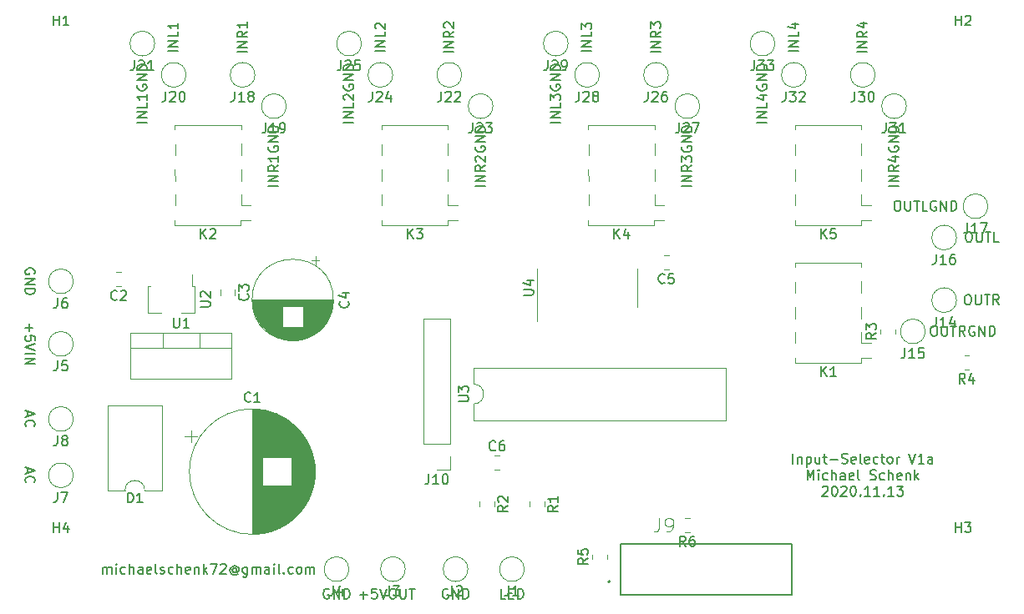
<source format=gbr>
G04 #@! TF.GenerationSoftware,KiCad,Pcbnew,(5.1.8-0-10_14)*
G04 #@! TF.CreationDate,2020-11-13T17:01:48+01:00*
G04 #@! TF.ProjectId,input-sel-v1,696e7075-742d-4736-956c-2d76312e6b69,rev?*
G04 #@! TF.SameCoordinates,Original*
G04 #@! TF.FileFunction,Legend,Top*
G04 #@! TF.FilePolarity,Positive*
%FSLAX46Y46*%
G04 Gerber Fmt 4.6, Leading zero omitted, Abs format (unit mm)*
G04 Created by KiCad (PCBNEW (5.1.8-0-10_14)) date 2020-11-13 17:01:48*
%MOMM*%
%LPD*%
G01*
G04 APERTURE LIST*
%ADD10C,0.150000*%
%ADD11C,0.120000*%
%ADD12C,0.200000*%
%ADD13C,0.127000*%
%ADD14C,0.015000*%
G04 APERTURE END LIST*
D10*
X192953571Y-93417380D02*
X192953571Y-92417380D01*
X193429761Y-92750714D02*
X193429761Y-93417380D01*
X193429761Y-92845952D02*
X193477380Y-92798333D01*
X193572619Y-92750714D01*
X193715476Y-92750714D01*
X193810714Y-92798333D01*
X193858333Y-92893571D01*
X193858333Y-93417380D01*
X194334523Y-92750714D02*
X194334523Y-93750714D01*
X194334523Y-92798333D02*
X194429761Y-92750714D01*
X194620238Y-92750714D01*
X194715476Y-92798333D01*
X194763095Y-92845952D01*
X194810714Y-92941190D01*
X194810714Y-93226904D01*
X194763095Y-93322142D01*
X194715476Y-93369761D01*
X194620238Y-93417380D01*
X194429761Y-93417380D01*
X194334523Y-93369761D01*
X195667857Y-92750714D02*
X195667857Y-93417380D01*
X195239285Y-92750714D02*
X195239285Y-93274523D01*
X195286904Y-93369761D01*
X195382142Y-93417380D01*
X195525000Y-93417380D01*
X195620238Y-93369761D01*
X195667857Y-93322142D01*
X196001190Y-92750714D02*
X196382142Y-92750714D01*
X196144047Y-92417380D02*
X196144047Y-93274523D01*
X196191666Y-93369761D01*
X196286904Y-93417380D01*
X196382142Y-93417380D01*
X196715476Y-93036428D02*
X197477380Y-93036428D01*
X197905952Y-93369761D02*
X198048809Y-93417380D01*
X198286904Y-93417380D01*
X198382142Y-93369761D01*
X198429761Y-93322142D01*
X198477380Y-93226904D01*
X198477380Y-93131666D01*
X198429761Y-93036428D01*
X198382142Y-92988809D01*
X198286904Y-92941190D01*
X198096428Y-92893571D01*
X198001190Y-92845952D01*
X197953571Y-92798333D01*
X197905952Y-92703095D01*
X197905952Y-92607857D01*
X197953571Y-92512619D01*
X198001190Y-92465000D01*
X198096428Y-92417380D01*
X198334523Y-92417380D01*
X198477380Y-92465000D01*
X199286904Y-93369761D02*
X199191666Y-93417380D01*
X199001190Y-93417380D01*
X198905952Y-93369761D01*
X198858333Y-93274523D01*
X198858333Y-92893571D01*
X198905952Y-92798333D01*
X199001190Y-92750714D01*
X199191666Y-92750714D01*
X199286904Y-92798333D01*
X199334523Y-92893571D01*
X199334523Y-92988809D01*
X198858333Y-93084047D01*
X199905952Y-93417380D02*
X199810714Y-93369761D01*
X199763095Y-93274523D01*
X199763095Y-92417380D01*
X200667857Y-93369761D02*
X200572619Y-93417380D01*
X200382142Y-93417380D01*
X200286904Y-93369761D01*
X200239285Y-93274523D01*
X200239285Y-92893571D01*
X200286904Y-92798333D01*
X200382142Y-92750714D01*
X200572619Y-92750714D01*
X200667857Y-92798333D01*
X200715476Y-92893571D01*
X200715476Y-92988809D01*
X200239285Y-93084047D01*
X201572619Y-93369761D02*
X201477380Y-93417380D01*
X201286904Y-93417380D01*
X201191666Y-93369761D01*
X201144047Y-93322142D01*
X201096428Y-93226904D01*
X201096428Y-92941190D01*
X201144047Y-92845952D01*
X201191666Y-92798333D01*
X201286904Y-92750714D01*
X201477380Y-92750714D01*
X201572619Y-92798333D01*
X201858333Y-92750714D02*
X202239285Y-92750714D01*
X202001190Y-92417380D02*
X202001190Y-93274523D01*
X202048809Y-93369761D01*
X202144047Y-93417380D01*
X202239285Y-93417380D01*
X202715476Y-93417380D02*
X202620238Y-93369761D01*
X202572619Y-93322142D01*
X202525000Y-93226904D01*
X202525000Y-92941190D01*
X202572619Y-92845952D01*
X202620238Y-92798333D01*
X202715476Y-92750714D01*
X202858333Y-92750714D01*
X202953571Y-92798333D01*
X203001190Y-92845952D01*
X203048809Y-92941190D01*
X203048809Y-93226904D01*
X203001190Y-93322142D01*
X202953571Y-93369761D01*
X202858333Y-93417380D01*
X202715476Y-93417380D01*
X203477380Y-93417380D02*
X203477380Y-92750714D01*
X203477380Y-92941190D02*
X203525000Y-92845952D01*
X203572619Y-92798333D01*
X203667857Y-92750714D01*
X203763095Y-92750714D01*
X204715476Y-92417380D02*
X205048809Y-93417380D01*
X205382142Y-92417380D01*
X206239285Y-93417380D02*
X205667857Y-93417380D01*
X205953571Y-93417380D02*
X205953571Y-92417380D01*
X205858333Y-92560238D01*
X205763095Y-92655476D01*
X205667857Y-92703095D01*
X207096428Y-93417380D02*
X207096428Y-92893571D01*
X207048809Y-92798333D01*
X206953571Y-92750714D01*
X206763095Y-92750714D01*
X206667857Y-92798333D01*
X207096428Y-93369761D02*
X207001190Y-93417380D01*
X206763095Y-93417380D01*
X206667857Y-93369761D01*
X206620238Y-93274523D01*
X206620238Y-93179285D01*
X206667857Y-93084047D01*
X206763095Y-93036428D01*
X207001190Y-93036428D01*
X207096428Y-92988809D01*
X194405952Y-95067380D02*
X194405952Y-94067380D01*
X194739285Y-94781666D01*
X195072619Y-94067380D01*
X195072619Y-95067380D01*
X195548809Y-95067380D02*
X195548809Y-94400714D01*
X195548809Y-94067380D02*
X195501190Y-94115000D01*
X195548809Y-94162619D01*
X195596428Y-94115000D01*
X195548809Y-94067380D01*
X195548809Y-94162619D01*
X196453571Y-95019761D02*
X196358333Y-95067380D01*
X196167857Y-95067380D01*
X196072619Y-95019761D01*
X196025000Y-94972142D01*
X195977380Y-94876904D01*
X195977380Y-94591190D01*
X196025000Y-94495952D01*
X196072619Y-94448333D01*
X196167857Y-94400714D01*
X196358333Y-94400714D01*
X196453571Y-94448333D01*
X196882142Y-95067380D02*
X196882142Y-94067380D01*
X197310714Y-95067380D02*
X197310714Y-94543571D01*
X197263095Y-94448333D01*
X197167857Y-94400714D01*
X197025000Y-94400714D01*
X196929761Y-94448333D01*
X196882142Y-94495952D01*
X198215476Y-95067380D02*
X198215476Y-94543571D01*
X198167857Y-94448333D01*
X198072619Y-94400714D01*
X197882142Y-94400714D01*
X197786904Y-94448333D01*
X198215476Y-95019761D02*
X198120238Y-95067380D01*
X197882142Y-95067380D01*
X197786904Y-95019761D01*
X197739285Y-94924523D01*
X197739285Y-94829285D01*
X197786904Y-94734047D01*
X197882142Y-94686428D01*
X198120238Y-94686428D01*
X198215476Y-94638809D01*
X199072619Y-95019761D02*
X198977380Y-95067380D01*
X198786904Y-95067380D01*
X198691666Y-95019761D01*
X198644047Y-94924523D01*
X198644047Y-94543571D01*
X198691666Y-94448333D01*
X198786904Y-94400714D01*
X198977380Y-94400714D01*
X199072619Y-94448333D01*
X199120238Y-94543571D01*
X199120238Y-94638809D01*
X198644047Y-94734047D01*
X199691666Y-95067380D02*
X199596428Y-95019761D01*
X199548809Y-94924523D01*
X199548809Y-94067380D01*
X200786904Y-95019761D02*
X200929761Y-95067380D01*
X201167857Y-95067380D01*
X201263095Y-95019761D01*
X201310714Y-94972142D01*
X201358333Y-94876904D01*
X201358333Y-94781666D01*
X201310714Y-94686428D01*
X201263095Y-94638809D01*
X201167857Y-94591190D01*
X200977380Y-94543571D01*
X200882142Y-94495952D01*
X200834523Y-94448333D01*
X200786904Y-94353095D01*
X200786904Y-94257857D01*
X200834523Y-94162619D01*
X200882142Y-94115000D01*
X200977380Y-94067380D01*
X201215476Y-94067380D01*
X201358333Y-94115000D01*
X202215476Y-95019761D02*
X202120238Y-95067380D01*
X201929761Y-95067380D01*
X201834523Y-95019761D01*
X201786904Y-94972142D01*
X201739285Y-94876904D01*
X201739285Y-94591190D01*
X201786904Y-94495952D01*
X201834523Y-94448333D01*
X201929761Y-94400714D01*
X202120238Y-94400714D01*
X202215476Y-94448333D01*
X202644047Y-95067380D02*
X202644047Y-94067380D01*
X203072619Y-95067380D02*
X203072619Y-94543571D01*
X203025000Y-94448333D01*
X202929761Y-94400714D01*
X202786904Y-94400714D01*
X202691666Y-94448333D01*
X202644047Y-94495952D01*
X203929761Y-95019761D02*
X203834523Y-95067380D01*
X203644047Y-95067380D01*
X203548809Y-95019761D01*
X203501190Y-94924523D01*
X203501190Y-94543571D01*
X203548809Y-94448333D01*
X203644047Y-94400714D01*
X203834523Y-94400714D01*
X203929761Y-94448333D01*
X203977380Y-94543571D01*
X203977380Y-94638809D01*
X203501190Y-94734047D01*
X204405952Y-94400714D02*
X204405952Y-95067380D01*
X204405952Y-94495952D02*
X204453571Y-94448333D01*
X204548809Y-94400714D01*
X204691666Y-94400714D01*
X204786904Y-94448333D01*
X204834523Y-94543571D01*
X204834523Y-95067380D01*
X205310714Y-95067380D02*
X205310714Y-94067380D01*
X205405952Y-94686428D02*
X205691666Y-95067380D01*
X205691666Y-94400714D02*
X205310714Y-94781666D01*
X195929761Y-95812619D02*
X195977380Y-95765000D01*
X196072619Y-95717380D01*
X196310714Y-95717380D01*
X196405952Y-95765000D01*
X196453571Y-95812619D01*
X196501190Y-95907857D01*
X196501190Y-96003095D01*
X196453571Y-96145952D01*
X195882142Y-96717380D01*
X196501190Y-96717380D01*
X197120238Y-95717380D02*
X197215476Y-95717380D01*
X197310714Y-95765000D01*
X197358333Y-95812619D01*
X197405952Y-95907857D01*
X197453571Y-96098333D01*
X197453571Y-96336428D01*
X197405952Y-96526904D01*
X197358333Y-96622142D01*
X197310714Y-96669761D01*
X197215476Y-96717380D01*
X197120238Y-96717380D01*
X197025000Y-96669761D01*
X196977380Y-96622142D01*
X196929761Y-96526904D01*
X196882142Y-96336428D01*
X196882142Y-96098333D01*
X196929761Y-95907857D01*
X196977380Y-95812619D01*
X197025000Y-95765000D01*
X197120238Y-95717380D01*
X197834523Y-95812619D02*
X197882142Y-95765000D01*
X197977380Y-95717380D01*
X198215476Y-95717380D01*
X198310714Y-95765000D01*
X198358333Y-95812619D01*
X198405952Y-95907857D01*
X198405952Y-96003095D01*
X198358333Y-96145952D01*
X197786904Y-96717380D01*
X198405952Y-96717380D01*
X199025000Y-95717380D02*
X199120238Y-95717380D01*
X199215476Y-95765000D01*
X199263095Y-95812619D01*
X199310714Y-95907857D01*
X199358333Y-96098333D01*
X199358333Y-96336428D01*
X199310714Y-96526904D01*
X199263095Y-96622142D01*
X199215476Y-96669761D01*
X199120238Y-96717380D01*
X199025000Y-96717380D01*
X198929761Y-96669761D01*
X198882142Y-96622142D01*
X198834523Y-96526904D01*
X198786904Y-96336428D01*
X198786904Y-96098333D01*
X198834523Y-95907857D01*
X198882142Y-95812619D01*
X198929761Y-95765000D01*
X199025000Y-95717380D01*
X199786904Y-96622142D02*
X199834523Y-96669761D01*
X199786904Y-96717380D01*
X199739285Y-96669761D01*
X199786904Y-96622142D01*
X199786904Y-96717380D01*
X200786904Y-96717380D02*
X200215476Y-96717380D01*
X200501190Y-96717380D02*
X200501190Y-95717380D01*
X200405952Y-95860238D01*
X200310714Y-95955476D01*
X200215476Y-96003095D01*
X201739285Y-96717380D02*
X201167857Y-96717380D01*
X201453571Y-96717380D02*
X201453571Y-95717380D01*
X201358333Y-95860238D01*
X201263095Y-95955476D01*
X201167857Y-96003095D01*
X202167857Y-96622142D02*
X202215476Y-96669761D01*
X202167857Y-96717380D01*
X202120238Y-96669761D01*
X202167857Y-96622142D01*
X202167857Y-96717380D01*
X203167857Y-96717380D02*
X202596428Y-96717380D01*
X202882142Y-96717380D02*
X202882142Y-95717380D01*
X202786904Y-95860238D01*
X202691666Y-95955476D01*
X202596428Y-96003095D01*
X203501190Y-95717380D02*
X204120238Y-95717380D01*
X203786904Y-96098333D01*
X203929761Y-96098333D01*
X204025000Y-96145952D01*
X204072619Y-96193571D01*
X204120238Y-96288809D01*
X204120238Y-96526904D01*
X204072619Y-96622142D01*
X204025000Y-96669761D01*
X203929761Y-96717380D01*
X203644047Y-96717380D01*
X203548809Y-96669761D01*
X203501190Y-96622142D01*
X207161190Y-79462380D02*
X207351666Y-79462380D01*
X207446904Y-79510000D01*
X207542142Y-79605238D01*
X207589761Y-79795714D01*
X207589761Y-80129047D01*
X207542142Y-80319523D01*
X207446904Y-80414761D01*
X207351666Y-80462380D01*
X207161190Y-80462380D01*
X207065952Y-80414761D01*
X206970714Y-80319523D01*
X206923095Y-80129047D01*
X206923095Y-79795714D01*
X206970714Y-79605238D01*
X207065952Y-79510000D01*
X207161190Y-79462380D01*
X208018333Y-79462380D02*
X208018333Y-80271904D01*
X208065952Y-80367142D01*
X208113571Y-80414761D01*
X208208809Y-80462380D01*
X208399285Y-80462380D01*
X208494523Y-80414761D01*
X208542142Y-80367142D01*
X208589761Y-80271904D01*
X208589761Y-79462380D01*
X208923095Y-79462380D02*
X209494523Y-79462380D01*
X209208809Y-80462380D02*
X209208809Y-79462380D01*
X210399285Y-80462380D02*
X210065952Y-79986190D01*
X209827857Y-80462380D02*
X209827857Y-79462380D01*
X210208809Y-79462380D01*
X210304047Y-79510000D01*
X210351666Y-79557619D01*
X210399285Y-79652857D01*
X210399285Y-79795714D01*
X210351666Y-79890952D01*
X210304047Y-79938571D01*
X210208809Y-79986190D01*
X209827857Y-79986190D01*
X211351666Y-79510000D02*
X211256428Y-79462380D01*
X211113571Y-79462380D01*
X210970714Y-79510000D01*
X210875476Y-79605238D01*
X210827857Y-79700476D01*
X210780238Y-79890952D01*
X210780238Y-80033809D01*
X210827857Y-80224285D01*
X210875476Y-80319523D01*
X210970714Y-80414761D01*
X211113571Y-80462380D01*
X211208809Y-80462380D01*
X211351666Y-80414761D01*
X211399285Y-80367142D01*
X211399285Y-80033809D01*
X211208809Y-80033809D01*
X211827857Y-80462380D02*
X211827857Y-79462380D01*
X212399285Y-80462380D01*
X212399285Y-79462380D01*
X212875476Y-80462380D02*
X212875476Y-79462380D01*
X213113571Y-79462380D01*
X213256428Y-79510000D01*
X213351666Y-79605238D01*
X213399285Y-79700476D01*
X213446904Y-79890952D01*
X213446904Y-80033809D01*
X213399285Y-80224285D01*
X213351666Y-80319523D01*
X213256428Y-80414761D01*
X213113571Y-80462380D01*
X212875476Y-80462380D01*
X203446428Y-66762380D02*
X203636904Y-66762380D01*
X203732142Y-66810000D01*
X203827380Y-66905238D01*
X203875000Y-67095714D01*
X203875000Y-67429047D01*
X203827380Y-67619523D01*
X203732142Y-67714761D01*
X203636904Y-67762380D01*
X203446428Y-67762380D01*
X203351190Y-67714761D01*
X203255952Y-67619523D01*
X203208333Y-67429047D01*
X203208333Y-67095714D01*
X203255952Y-66905238D01*
X203351190Y-66810000D01*
X203446428Y-66762380D01*
X204303571Y-66762380D02*
X204303571Y-67571904D01*
X204351190Y-67667142D01*
X204398809Y-67714761D01*
X204494047Y-67762380D01*
X204684523Y-67762380D01*
X204779761Y-67714761D01*
X204827380Y-67667142D01*
X204875000Y-67571904D01*
X204875000Y-66762380D01*
X205208333Y-66762380D02*
X205779761Y-66762380D01*
X205494047Y-67762380D02*
X205494047Y-66762380D01*
X206589285Y-67762380D02*
X206113095Y-67762380D01*
X206113095Y-66762380D01*
X207446428Y-66810000D02*
X207351190Y-66762380D01*
X207208333Y-66762380D01*
X207065476Y-66810000D01*
X206970238Y-66905238D01*
X206922619Y-67000476D01*
X206875000Y-67190952D01*
X206875000Y-67333809D01*
X206922619Y-67524285D01*
X206970238Y-67619523D01*
X207065476Y-67714761D01*
X207208333Y-67762380D01*
X207303571Y-67762380D01*
X207446428Y-67714761D01*
X207494047Y-67667142D01*
X207494047Y-67333809D01*
X207303571Y-67333809D01*
X207922619Y-67762380D02*
X207922619Y-66762380D01*
X208494047Y-67762380D01*
X208494047Y-66762380D01*
X208970238Y-67762380D02*
X208970238Y-66762380D01*
X209208333Y-66762380D01*
X209351190Y-66810000D01*
X209446428Y-66905238D01*
X209494047Y-67000476D01*
X209541666Y-67190952D01*
X209541666Y-67333809D01*
X209494047Y-67524285D01*
X209446428Y-67619523D01*
X209351190Y-67714761D01*
X209208333Y-67762380D01*
X208970238Y-67762380D01*
X193492380Y-51569761D02*
X192492380Y-51569761D01*
X193492380Y-51093571D02*
X192492380Y-51093571D01*
X193492380Y-50522142D01*
X192492380Y-50522142D01*
X193492380Y-49569761D02*
X193492380Y-50045952D01*
X192492380Y-50045952D01*
X192825714Y-48807857D02*
X193492380Y-48807857D01*
X192444761Y-49045952D02*
X193159047Y-49284047D01*
X193159047Y-48665000D01*
X190317380Y-58808571D02*
X189317380Y-58808571D01*
X190317380Y-58332380D02*
X189317380Y-58332380D01*
X190317380Y-57760952D01*
X189317380Y-57760952D01*
X190317380Y-56808571D02*
X190317380Y-57284761D01*
X189317380Y-57284761D01*
X189650714Y-56046666D02*
X190317380Y-56046666D01*
X189269761Y-56284761D02*
X189984047Y-56522857D01*
X189984047Y-55903809D01*
X189365000Y-54999047D02*
X189317380Y-55094285D01*
X189317380Y-55237142D01*
X189365000Y-55380000D01*
X189460238Y-55475238D01*
X189555476Y-55522857D01*
X189745952Y-55570476D01*
X189888809Y-55570476D01*
X190079285Y-55522857D01*
X190174523Y-55475238D01*
X190269761Y-55380000D01*
X190317380Y-55237142D01*
X190317380Y-55141904D01*
X190269761Y-54999047D01*
X190222142Y-54951428D01*
X189888809Y-54951428D01*
X189888809Y-55141904D01*
X190317380Y-54522857D02*
X189317380Y-54522857D01*
X190317380Y-53951428D01*
X189317380Y-53951428D01*
X190317380Y-53475238D02*
X189317380Y-53475238D01*
X189317380Y-53237142D01*
X189365000Y-53094285D01*
X189460238Y-52999047D01*
X189555476Y-52951428D01*
X189745952Y-52903809D01*
X189888809Y-52903809D01*
X190079285Y-52951428D01*
X190174523Y-52999047D01*
X190269761Y-53094285D01*
X190317380Y-53237142D01*
X190317380Y-53475238D01*
X200477380Y-51665000D02*
X199477380Y-51665000D01*
X200477380Y-51188809D02*
X199477380Y-51188809D01*
X200477380Y-50617380D01*
X199477380Y-50617380D01*
X200477380Y-49569761D02*
X200001190Y-49903095D01*
X200477380Y-50141190D02*
X199477380Y-50141190D01*
X199477380Y-49760238D01*
X199525000Y-49665000D01*
X199572619Y-49617380D01*
X199667857Y-49569761D01*
X199810714Y-49569761D01*
X199905952Y-49617380D01*
X199953571Y-49665000D01*
X200001190Y-49760238D01*
X200001190Y-50141190D01*
X199810714Y-48712619D02*
X200477380Y-48712619D01*
X199429761Y-48950714D02*
X200144047Y-49188809D01*
X200144047Y-48569761D01*
X203652380Y-65253809D02*
X202652380Y-65253809D01*
X203652380Y-64777619D02*
X202652380Y-64777619D01*
X203652380Y-64206190D01*
X202652380Y-64206190D01*
X203652380Y-63158571D02*
X203176190Y-63491904D01*
X203652380Y-63730000D02*
X202652380Y-63730000D01*
X202652380Y-63349047D01*
X202700000Y-63253809D01*
X202747619Y-63206190D01*
X202842857Y-63158571D01*
X202985714Y-63158571D01*
X203080952Y-63206190D01*
X203128571Y-63253809D01*
X203176190Y-63349047D01*
X203176190Y-63730000D01*
X202985714Y-62301428D02*
X203652380Y-62301428D01*
X202604761Y-62539523D02*
X203319047Y-62777619D01*
X203319047Y-62158571D01*
X202700000Y-61253809D02*
X202652380Y-61349047D01*
X202652380Y-61491904D01*
X202700000Y-61634761D01*
X202795238Y-61730000D01*
X202890476Y-61777619D01*
X203080952Y-61825238D01*
X203223809Y-61825238D01*
X203414285Y-61777619D01*
X203509523Y-61730000D01*
X203604761Y-61634761D01*
X203652380Y-61491904D01*
X203652380Y-61396666D01*
X203604761Y-61253809D01*
X203557142Y-61206190D01*
X203223809Y-61206190D01*
X203223809Y-61396666D01*
X203652380Y-60777619D02*
X202652380Y-60777619D01*
X203652380Y-60206190D01*
X202652380Y-60206190D01*
X203652380Y-59730000D02*
X202652380Y-59730000D01*
X202652380Y-59491904D01*
X202700000Y-59349047D01*
X202795238Y-59253809D01*
X202890476Y-59206190D01*
X203080952Y-59158571D01*
X203223809Y-59158571D01*
X203414285Y-59206190D01*
X203509523Y-59253809D01*
X203604761Y-59349047D01*
X203652380Y-59491904D01*
X203652380Y-59730000D01*
X179522380Y-51665000D02*
X178522380Y-51665000D01*
X179522380Y-51188809D02*
X178522380Y-51188809D01*
X179522380Y-50617380D01*
X178522380Y-50617380D01*
X179522380Y-49569761D02*
X179046190Y-49903095D01*
X179522380Y-50141190D02*
X178522380Y-50141190D01*
X178522380Y-49760238D01*
X178570000Y-49665000D01*
X178617619Y-49617380D01*
X178712857Y-49569761D01*
X178855714Y-49569761D01*
X178950952Y-49617380D01*
X178998571Y-49665000D01*
X179046190Y-49760238D01*
X179046190Y-50141190D01*
X178522380Y-49236428D02*
X178522380Y-48617380D01*
X178903333Y-48950714D01*
X178903333Y-48807857D01*
X178950952Y-48712619D01*
X178998571Y-48665000D01*
X179093809Y-48617380D01*
X179331904Y-48617380D01*
X179427142Y-48665000D01*
X179474761Y-48712619D01*
X179522380Y-48807857D01*
X179522380Y-49093571D01*
X179474761Y-49188809D01*
X179427142Y-49236428D01*
X172537380Y-51569761D02*
X171537380Y-51569761D01*
X172537380Y-51093571D02*
X171537380Y-51093571D01*
X172537380Y-50522142D01*
X171537380Y-50522142D01*
X172537380Y-49569761D02*
X172537380Y-50045952D01*
X171537380Y-50045952D01*
X171537380Y-49331666D02*
X171537380Y-48712619D01*
X171918333Y-49045952D01*
X171918333Y-48903095D01*
X171965952Y-48807857D01*
X172013571Y-48760238D01*
X172108809Y-48712619D01*
X172346904Y-48712619D01*
X172442142Y-48760238D01*
X172489761Y-48807857D01*
X172537380Y-48903095D01*
X172537380Y-49188809D01*
X172489761Y-49284047D01*
X172442142Y-49331666D01*
X169362380Y-58808571D02*
X168362380Y-58808571D01*
X169362380Y-58332380D02*
X168362380Y-58332380D01*
X169362380Y-57760952D01*
X168362380Y-57760952D01*
X169362380Y-56808571D02*
X169362380Y-57284761D01*
X168362380Y-57284761D01*
X168362380Y-56570476D02*
X168362380Y-55951428D01*
X168743333Y-56284761D01*
X168743333Y-56141904D01*
X168790952Y-56046666D01*
X168838571Y-55999047D01*
X168933809Y-55951428D01*
X169171904Y-55951428D01*
X169267142Y-55999047D01*
X169314761Y-56046666D01*
X169362380Y-56141904D01*
X169362380Y-56427619D01*
X169314761Y-56522857D01*
X169267142Y-56570476D01*
X168410000Y-54999047D02*
X168362380Y-55094285D01*
X168362380Y-55237142D01*
X168410000Y-55380000D01*
X168505238Y-55475238D01*
X168600476Y-55522857D01*
X168790952Y-55570476D01*
X168933809Y-55570476D01*
X169124285Y-55522857D01*
X169219523Y-55475238D01*
X169314761Y-55380000D01*
X169362380Y-55237142D01*
X169362380Y-55141904D01*
X169314761Y-54999047D01*
X169267142Y-54951428D01*
X168933809Y-54951428D01*
X168933809Y-55141904D01*
X169362380Y-54522857D02*
X168362380Y-54522857D01*
X169362380Y-53951428D01*
X168362380Y-53951428D01*
X169362380Y-53475238D02*
X168362380Y-53475238D01*
X168362380Y-53237142D01*
X168410000Y-53094285D01*
X168505238Y-52999047D01*
X168600476Y-52951428D01*
X168790952Y-52903809D01*
X168933809Y-52903809D01*
X169124285Y-52951428D01*
X169219523Y-52999047D01*
X169314761Y-53094285D01*
X169362380Y-53237142D01*
X169362380Y-53475238D01*
X182697380Y-65253809D02*
X181697380Y-65253809D01*
X182697380Y-64777619D02*
X181697380Y-64777619D01*
X182697380Y-64206190D01*
X181697380Y-64206190D01*
X182697380Y-63158571D02*
X182221190Y-63491904D01*
X182697380Y-63730000D02*
X181697380Y-63730000D01*
X181697380Y-63349047D01*
X181745000Y-63253809D01*
X181792619Y-63206190D01*
X181887857Y-63158571D01*
X182030714Y-63158571D01*
X182125952Y-63206190D01*
X182173571Y-63253809D01*
X182221190Y-63349047D01*
X182221190Y-63730000D01*
X181697380Y-62825238D02*
X181697380Y-62206190D01*
X182078333Y-62539523D01*
X182078333Y-62396666D01*
X182125952Y-62301428D01*
X182173571Y-62253809D01*
X182268809Y-62206190D01*
X182506904Y-62206190D01*
X182602142Y-62253809D01*
X182649761Y-62301428D01*
X182697380Y-62396666D01*
X182697380Y-62682380D01*
X182649761Y-62777619D01*
X182602142Y-62825238D01*
X181745000Y-61253809D02*
X181697380Y-61349047D01*
X181697380Y-61491904D01*
X181745000Y-61634761D01*
X181840238Y-61730000D01*
X181935476Y-61777619D01*
X182125952Y-61825238D01*
X182268809Y-61825238D01*
X182459285Y-61777619D01*
X182554523Y-61730000D01*
X182649761Y-61634761D01*
X182697380Y-61491904D01*
X182697380Y-61396666D01*
X182649761Y-61253809D01*
X182602142Y-61206190D01*
X182268809Y-61206190D01*
X182268809Y-61396666D01*
X182697380Y-60777619D02*
X181697380Y-60777619D01*
X182697380Y-60206190D01*
X181697380Y-60206190D01*
X182697380Y-59730000D02*
X181697380Y-59730000D01*
X181697380Y-59491904D01*
X181745000Y-59349047D01*
X181840238Y-59253809D01*
X181935476Y-59206190D01*
X182125952Y-59158571D01*
X182268809Y-59158571D01*
X182459285Y-59206190D01*
X182554523Y-59253809D01*
X182649761Y-59349047D01*
X182697380Y-59491904D01*
X182697380Y-59730000D01*
X148407380Y-58808571D02*
X147407380Y-58808571D01*
X148407380Y-58332380D02*
X147407380Y-58332380D01*
X148407380Y-57760952D01*
X147407380Y-57760952D01*
X148407380Y-56808571D02*
X148407380Y-57284761D01*
X147407380Y-57284761D01*
X147502619Y-56522857D02*
X147455000Y-56475238D01*
X147407380Y-56380000D01*
X147407380Y-56141904D01*
X147455000Y-56046666D01*
X147502619Y-55999047D01*
X147597857Y-55951428D01*
X147693095Y-55951428D01*
X147835952Y-55999047D01*
X148407380Y-56570476D01*
X148407380Y-55951428D01*
X147455000Y-54999047D02*
X147407380Y-55094285D01*
X147407380Y-55237142D01*
X147455000Y-55380000D01*
X147550238Y-55475238D01*
X147645476Y-55522857D01*
X147835952Y-55570476D01*
X147978809Y-55570476D01*
X148169285Y-55522857D01*
X148264523Y-55475238D01*
X148359761Y-55380000D01*
X148407380Y-55237142D01*
X148407380Y-55141904D01*
X148359761Y-54999047D01*
X148312142Y-54951428D01*
X147978809Y-54951428D01*
X147978809Y-55141904D01*
X148407380Y-54522857D02*
X147407380Y-54522857D01*
X148407380Y-53951428D01*
X147407380Y-53951428D01*
X148407380Y-53475238D02*
X147407380Y-53475238D01*
X147407380Y-53237142D01*
X147455000Y-53094285D01*
X147550238Y-52999047D01*
X147645476Y-52951428D01*
X147835952Y-52903809D01*
X147978809Y-52903809D01*
X148169285Y-52951428D01*
X148264523Y-52999047D01*
X148359761Y-53094285D01*
X148407380Y-53237142D01*
X148407380Y-53475238D01*
X151582380Y-51569761D02*
X150582380Y-51569761D01*
X151582380Y-51093571D02*
X150582380Y-51093571D01*
X151582380Y-50522142D01*
X150582380Y-50522142D01*
X151582380Y-49569761D02*
X151582380Y-50045952D01*
X150582380Y-50045952D01*
X150677619Y-49284047D02*
X150630000Y-49236428D01*
X150582380Y-49141190D01*
X150582380Y-48903095D01*
X150630000Y-48807857D01*
X150677619Y-48760238D01*
X150772857Y-48712619D01*
X150868095Y-48712619D01*
X151010952Y-48760238D01*
X151582380Y-49331666D01*
X151582380Y-48712619D01*
X158567380Y-51665000D02*
X157567380Y-51665000D01*
X158567380Y-51188809D02*
X157567380Y-51188809D01*
X158567380Y-50617380D01*
X157567380Y-50617380D01*
X158567380Y-49569761D02*
X158091190Y-49903095D01*
X158567380Y-50141190D02*
X157567380Y-50141190D01*
X157567380Y-49760238D01*
X157615000Y-49665000D01*
X157662619Y-49617380D01*
X157757857Y-49569761D01*
X157900714Y-49569761D01*
X157995952Y-49617380D01*
X158043571Y-49665000D01*
X158091190Y-49760238D01*
X158091190Y-50141190D01*
X157662619Y-49188809D02*
X157615000Y-49141190D01*
X157567380Y-49045952D01*
X157567380Y-48807857D01*
X157615000Y-48712619D01*
X157662619Y-48665000D01*
X157757857Y-48617380D01*
X157853095Y-48617380D01*
X157995952Y-48665000D01*
X158567380Y-49236428D01*
X158567380Y-48617380D01*
X161742380Y-65253809D02*
X160742380Y-65253809D01*
X161742380Y-64777619D02*
X160742380Y-64777619D01*
X161742380Y-64206190D01*
X160742380Y-64206190D01*
X161742380Y-63158571D02*
X161266190Y-63491904D01*
X161742380Y-63730000D02*
X160742380Y-63730000D01*
X160742380Y-63349047D01*
X160790000Y-63253809D01*
X160837619Y-63206190D01*
X160932857Y-63158571D01*
X161075714Y-63158571D01*
X161170952Y-63206190D01*
X161218571Y-63253809D01*
X161266190Y-63349047D01*
X161266190Y-63730000D01*
X160837619Y-62777619D02*
X160790000Y-62730000D01*
X160742380Y-62634761D01*
X160742380Y-62396666D01*
X160790000Y-62301428D01*
X160837619Y-62253809D01*
X160932857Y-62206190D01*
X161028095Y-62206190D01*
X161170952Y-62253809D01*
X161742380Y-62825238D01*
X161742380Y-62206190D01*
X160790000Y-61253809D02*
X160742380Y-61349047D01*
X160742380Y-61491904D01*
X160790000Y-61634761D01*
X160885238Y-61730000D01*
X160980476Y-61777619D01*
X161170952Y-61825238D01*
X161313809Y-61825238D01*
X161504285Y-61777619D01*
X161599523Y-61730000D01*
X161694761Y-61634761D01*
X161742380Y-61491904D01*
X161742380Y-61396666D01*
X161694761Y-61253809D01*
X161647142Y-61206190D01*
X161313809Y-61206190D01*
X161313809Y-61396666D01*
X161742380Y-60777619D02*
X160742380Y-60777619D01*
X161742380Y-60206190D01*
X160742380Y-60206190D01*
X161742380Y-59730000D02*
X160742380Y-59730000D01*
X160742380Y-59491904D01*
X160790000Y-59349047D01*
X160885238Y-59253809D01*
X160980476Y-59206190D01*
X161170952Y-59158571D01*
X161313809Y-59158571D01*
X161504285Y-59206190D01*
X161599523Y-59253809D01*
X161694761Y-59349047D01*
X161742380Y-59491904D01*
X161742380Y-59730000D01*
X137612380Y-51665000D02*
X136612380Y-51665000D01*
X137612380Y-51188809D02*
X136612380Y-51188809D01*
X137612380Y-50617380D01*
X136612380Y-50617380D01*
X137612380Y-49569761D02*
X137136190Y-49903095D01*
X137612380Y-50141190D02*
X136612380Y-50141190D01*
X136612380Y-49760238D01*
X136660000Y-49665000D01*
X136707619Y-49617380D01*
X136802857Y-49569761D01*
X136945714Y-49569761D01*
X137040952Y-49617380D01*
X137088571Y-49665000D01*
X137136190Y-49760238D01*
X137136190Y-50141190D01*
X137612380Y-48617380D02*
X137612380Y-49188809D01*
X137612380Y-48903095D02*
X136612380Y-48903095D01*
X136755238Y-48998333D01*
X136850476Y-49093571D01*
X136898095Y-49188809D01*
X130627380Y-51569761D02*
X129627380Y-51569761D01*
X130627380Y-51093571D02*
X129627380Y-51093571D01*
X130627380Y-50522142D01*
X129627380Y-50522142D01*
X130627380Y-49569761D02*
X130627380Y-50045952D01*
X129627380Y-50045952D01*
X130627380Y-48712619D02*
X130627380Y-49284047D01*
X130627380Y-48998333D02*
X129627380Y-48998333D01*
X129770238Y-49093571D01*
X129865476Y-49188809D01*
X129913095Y-49284047D01*
X140787380Y-65253809D02*
X139787380Y-65253809D01*
X140787380Y-64777619D02*
X139787380Y-64777619D01*
X140787380Y-64206190D01*
X139787380Y-64206190D01*
X140787380Y-63158571D02*
X140311190Y-63491904D01*
X140787380Y-63730000D02*
X139787380Y-63730000D01*
X139787380Y-63349047D01*
X139835000Y-63253809D01*
X139882619Y-63206190D01*
X139977857Y-63158571D01*
X140120714Y-63158571D01*
X140215952Y-63206190D01*
X140263571Y-63253809D01*
X140311190Y-63349047D01*
X140311190Y-63730000D01*
X140787380Y-62206190D02*
X140787380Y-62777619D01*
X140787380Y-62491904D02*
X139787380Y-62491904D01*
X139930238Y-62587142D01*
X140025476Y-62682380D01*
X140073095Y-62777619D01*
X139835000Y-61253809D02*
X139787380Y-61349047D01*
X139787380Y-61491904D01*
X139835000Y-61634761D01*
X139930238Y-61730000D01*
X140025476Y-61777619D01*
X140215952Y-61825238D01*
X140358809Y-61825238D01*
X140549285Y-61777619D01*
X140644523Y-61730000D01*
X140739761Y-61634761D01*
X140787380Y-61491904D01*
X140787380Y-61396666D01*
X140739761Y-61253809D01*
X140692142Y-61206190D01*
X140358809Y-61206190D01*
X140358809Y-61396666D01*
X140787380Y-60777619D02*
X139787380Y-60777619D01*
X140787380Y-60206190D01*
X139787380Y-60206190D01*
X140787380Y-59730000D02*
X139787380Y-59730000D01*
X139787380Y-59491904D01*
X139835000Y-59349047D01*
X139930238Y-59253809D01*
X140025476Y-59206190D01*
X140215952Y-59158571D01*
X140358809Y-59158571D01*
X140549285Y-59206190D01*
X140644523Y-59253809D01*
X140739761Y-59349047D01*
X140787380Y-59491904D01*
X140787380Y-59730000D01*
X127452380Y-58808571D02*
X126452380Y-58808571D01*
X127452380Y-58332380D02*
X126452380Y-58332380D01*
X127452380Y-57760952D01*
X126452380Y-57760952D01*
X127452380Y-56808571D02*
X127452380Y-57284761D01*
X126452380Y-57284761D01*
X127452380Y-55951428D02*
X127452380Y-56522857D01*
X127452380Y-56237142D02*
X126452380Y-56237142D01*
X126595238Y-56332380D01*
X126690476Y-56427619D01*
X126738095Y-56522857D01*
X126500000Y-54999047D02*
X126452380Y-55094285D01*
X126452380Y-55237142D01*
X126500000Y-55380000D01*
X126595238Y-55475238D01*
X126690476Y-55522857D01*
X126880952Y-55570476D01*
X127023809Y-55570476D01*
X127214285Y-55522857D01*
X127309523Y-55475238D01*
X127404761Y-55380000D01*
X127452380Y-55237142D01*
X127452380Y-55141904D01*
X127404761Y-54999047D01*
X127357142Y-54951428D01*
X127023809Y-54951428D01*
X127023809Y-55141904D01*
X127452380Y-54522857D02*
X126452380Y-54522857D01*
X127452380Y-53951428D01*
X126452380Y-53951428D01*
X127452380Y-53475238D02*
X126452380Y-53475238D01*
X126452380Y-53237142D01*
X126500000Y-53094285D01*
X126595238Y-52999047D01*
X126690476Y-52951428D01*
X126880952Y-52903809D01*
X127023809Y-52903809D01*
X127214285Y-52951428D01*
X127309523Y-52999047D01*
X127404761Y-53094285D01*
X127452380Y-53237142D01*
X127452380Y-53475238D01*
X157988095Y-106180000D02*
X157892857Y-106132380D01*
X157750000Y-106132380D01*
X157607142Y-106180000D01*
X157511904Y-106275238D01*
X157464285Y-106370476D01*
X157416666Y-106560952D01*
X157416666Y-106703809D01*
X157464285Y-106894285D01*
X157511904Y-106989523D01*
X157607142Y-107084761D01*
X157750000Y-107132380D01*
X157845238Y-107132380D01*
X157988095Y-107084761D01*
X158035714Y-107037142D01*
X158035714Y-106703809D01*
X157845238Y-106703809D01*
X158464285Y-107132380D02*
X158464285Y-106132380D01*
X159035714Y-107132380D01*
X159035714Y-106132380D01*
X159511904Y-107132380D02*
X159511904Y-106132380D01*
X159750000Y-106132380D01*
X159892857Y-106180000D01*
X159988095Y-106275238D01*
X160035714Y-106370476D01*
X160083333Y-106560952D01*
X160083333Y-106703809D01*
X160035714Y-106894285D01*
X159988095Y-106989523D01*
X159892857Y-107084761D01*
X159750000Y-107132380D01*
X159511904Y-107132380D01*
X145923095Y-106180000D02*
X145827857Y-106132380D01*
X145685000Y-106132380D01*
X145542142Y-106180000D01*
X145446904Y-106275238D01*
X145399285Y-106370476D01*
X145351666Y-106560952D01*
X145351666Y-106703809D01*
X145399285Y-106894285D01*
X145446904Y-106989523D01*
X145542142Y-107084761D01*
X145685000Y-107132380D01*
X145780238Y-107132380D01*
X145923095Y-107084761D01*
X145970714Y-107037142D01*
X145970714Y-106703809D01*
X145780238Y-106703809D01*
X146399285Y-107132380D02*
X146399285Y-106132380D01*
X146970714Y-107132380D01*
X146970714Y-106132380D01*
X147446904Y-107132380D02*
X147446904Y-106132380D01*
X147685000Y-106132380D01*
X147827857Y-106180000D01*
X147923095Y-106275238D01*
X147970714Y-106370476D01*
X148018333Y-106560952D01*
X148018333Y-106703809D01*
X147970714Y-106894285D01*
X147923095Y-106989523D01*
X147827857Y-107084761D01*
X147685000Y-107132380D01*
X147446904Y-107132380D01*
X163822142Y-107132380D02*
X163345952Y-107132380D01*
X163345952Y-106132380D01*
X164155476Y-106608571D02*
X164488809Y-106608571D01*
X164631666Y-107132380D02*
X164155476Y-107132380D01*
X164155476Y-106132380D01*
X164631666Y-106132380D01*
X165060238Y-107132380D02*
X165060238Y-106132380D01*
X165298333Y-106132380D01*
X165441190Y-106180000D01*
X165536428Y-106275238D01*
X165584047Y-106370476D01*
X165631666Y-106560952D01*
X165631666Y-106703809D01*
X165584047Y-106894285D01*
X165536428Y-106989523D01*
X165441190Y-107084761D01*
X165298333Y-107132380D01*
X165060238Y-107132380D01*
X149050714Y-106751428D02*
X149812619Y-106751428D01*
X149431666Y-107132380D02*
X149431666Y-106370476D01*
X150765000Y-106132380D02*
X150288809Y-106132380D01*
X150241190Y-106608571D01*
X150288809Y-106560952D01*
X150384047Y-106513333D01*
X150622142Y-106513333D01*
X150717380Y-106560952D01*
X150765000Y-106608571D01*
X150812619Y-106703809D01*
X150812619Y-106941904D01*
X150765000Y-107037142D01*
X150717380Y-107084761D01*
X150622142Y-107132380D01*
X150384047Y-107132380D01*
X150288809Y-107084761D01*
X150241190Y-107037142D01*
X151098333Y-106132380D02*
X151431666Y-107132380D01*
X151765000Y-106132380D01*
X152288809Y-106132380D02*
X152479285Y-106132380D01*
X152574523Y-106180000D01*
X152669761Y-106275238D01*
X152717380Y-106465714D01*
X152717380Y-106799047D01*
X152669761Y-106989523D01*
X152574523Y-107084761D01*
X152479285Y-107132380D01*
X152288809Y-107132380D01*
X152193571Y-107084761D01*
X152098333Y-106989523D01*
X152050714Y-106799047D01*
X152050714Y-106465714D01*
X152098333Y-106275238D01*
X152193571Y-106180000D01*
X152288809Y-106132380D01*
X153145952Y-106132380D02*
X153145952Y-106941904D01*
X153193571Y-107037142D01*
X153241190Y-107084761D01*
X153336428Y-107132380D01*
X153526904Y-107132380D01*
X153622142Y-107084761D01*
X153669761Y-107037142D01*
X153717380Y-106941904D01*
X153717380Y-106132380D01*
X154050714Y-106132380D02*
X154622142Y-106132380D01*
X154336428Y-107132380D02*
X154336428Y-106132380D01*
X123016714Y-104592380D02*
X123016714Y-103925714D01*
X123016714Y-104020952D02*
X123064333Y-103973333D01*
X123159571Y-103925714D01*
X123302428Y-103925714D01*
X123397666Y-103973333D01*
X123445285Y-104068571D01*
X123445285Y-104592380D01*
X123445285Y-104068571D02*
X123492904Y-103973333D01*
X123588142Y-103925714D01*
X123731000Y-103925714D01*
X123826238Y-103973333D01*
X123873857Y-104068571D01*
X123873857Y-104592380D01*
X124350047Y-104592380D02*
X124350047Y-103925714D01*
X124350047Y-103592380D02*
X124302428Y-103640000D01*
X124350047Y-103687619D01*
X124397666Y-103640000D01*
X124350047Y-103592380D01*
X124350047Y-103687619D01*
X125254809Y-104544761D02*
X125159571Y-104592380D01*
X124969095Y-104592380D01*
X124873857Y-104544761D01*
X124826238Y-104497142D01*
X124778619Y-104401904D01*
X124778619Y-104116190D01*
X124826238Y-104020952D01*
X124873857Y-103973333D01*
X124969095Y-103925714D01*
X125159571Y-103925714D01*
X125254809Y-103973333D01*
X125683380Y-104592380D02*
X125683380Y-103592380D01*
X126111952Y-104592380D02*
X126111952Y-104068571D01*
X126064333Y-103973333D01*
X125969095Y-103925714D01*
X125826238Y-103925714D01*
X125731000Y-103973333D01*
X125683380Y-104020952D01*
X127016714Y-104592380D02*
X127016714Y-104068571D01*
X126969095Y-103973333D01*
X126873857Y-103925714D01*
X126683380Y-103925714D01*
X126588142Y-103973333D01*
X127016714Y-104544761D02*
X126921476Y-104592380D01*
X126683380Y-104592380D01*
X126588142Y-104544761D01*
X126540523Y-104449523D01*
X126540523Y-104354285D01*
X126588142Y-104259047D01*
X126683380Y-104211428D01*
X126921476Y-104211428D01*
X127016714Y-104163809D01*
X127873857Y-104544761D02*
X127778619Y-104592380D01*
X127588142Y-104592380D01*
X127492904Y-104544761D01*
X127445285Y-104449523D01*
X127445285Y-104068571D01*
X127492904Y-103973333D01*
X127588142Y-103925714D01*
X127778619Y-103925714D01*
X127873857Y-103973333D01*
X127921476Y-104068571D01*
X127921476Y-104163809D01*
X127445285Y-104259047D01*
X128492904Y-104592380D02*
X128397666Y-104544761D01*
X128350047Y-104449523D01*
X128350047Y-103592380D01*
X128826238Y-104544761D02*
X128921476Y-104592380D01*
X129111952Y-104592380D01*
X129207190Y-104544761D01*
X129254809Y-104449523D01*
X129254809Y-104401904D01*
X129207190Y-104306666D01*
X129111952Y-104259047D01*
X128969095Y-104259047D01*
X128873857Y-104211428D01*
X128826238Y-104116190D01*
X128826238Y-104068571D01*
X128873857Y-103973333D01*
X128969095Y-103925714D01*
X129111952Y-103925714D01*
X129207190Y-103973333D01*
X130111952Y-104544761D02*
X130016714Y-104592380D01*
X129826238Y-104592380D01*
X129731000Y-104544761D01*
X129683380Y-104497142D01*
X129635761Y-104401904D01*
X129635761Y-104116190D01*
X129683380Y-104020952D01*
X129731000Y-103973333D01*
X129826238Y-103925714D01*
X130016714Y-103925714D01*
X130111952Y-103973333D01*
X130540523Y-104592380D02*
X130540523Y-103592380D01*
X130969095Y-104592380D02*
X130969095Y-104068571D01*
X130921476Y-103973333D01*
X130826238Y-103925714D01*
X130683380Y-103925714D01*
X130588142Y-103973333D01*
X130540523Y-104020952D01*
X131826238Y-104544761D02*
X131731000Y-104592380D01*
X131540523Y-104592380D01*
X131445285Y-104544761D01*
X131397666Y-104449523D01*
X131397666Y-104068571D01*
X131445285Y-103973333D01*
X131540523Y-103925714D01*
X131731000Y-103925714D01*
X131826238Y-103973333D01*
X131873857Y-104068571D01*
X131873857Y-104163809D01*
X131397666Y-104259047D01*
X132302428Y-103925714D02*
X132302428Y-104592380D01*
X132302428Y-104020952D02*
X132350047Y-103973333D01*
X132445285Y-103925714D01*
X132588142Y-103925714D01*
X132683380Y-103973333D01*
X132731000Y-104068571D01*
X132731000Y-104592380D01*
X133207190Y-104592380D02*
X133207190Y-103592380D01*
X133302428Y-104211428D02*
X133588142Y-104592380D01*
X133588142Y-103925714D02*
X133207190Y-104306666D01*
X133921476Y-103592380D02*
X134588142Y-103592380D01*
X134159571Y-104592380D01*
X134921476Y-103687619D02*
X134969095Y-103640000D01*
X135064333Y-103592380D01*
X135302428Y-103592380D01*
X135397666Y-103640000D01*
X135445285Y-103687619D01*
X135492904Y-103782857D01*
X135492904Y-103878095D01*
X135445285Y-104020952D01*
X134873857Y-104592380D01*
X135492904Y-104592380D01*
X136540523Y-104116190D02*
X136492904Y-104068571D01*
X136397666Y-104020952D01*
X136302428Y-104020952D01*
X136207190Y-104068571D01*
X136159571Y-104116190D01*
X136111952Y-104211428D01*
X136111952Y-104306666D01*
X136159571Y-104401904D01*
X136207190Y-104449523D01*
X136302428Y-104497142D01*
X136397666Y-104497142D01*
X136492904Y-104449523D01*
X136540523Y-104401904D01*
X136540523Y-104020952D02*
X136540523Y-104401904D01*
X136588142Y-104449523D01*
X136635761Y-104449523D01*
X136731000Y-104401904D01*
X136778619Y-104306666D01*
X136778619Y-104068571D01*
X136683380Y-103925714D01*
X136540523Y-103830476D01*
X136350047Y-103782857D01*
X136159571Y-103830476D01*
X136016714Y-103925714D01*
X135921476Y-104068571D01*
X135873857Y-104259047D01*
X135921476Y-104449523D01*
X136016714Y-104592380D01*
X136159571Y-104687619D01*
X136350047Y-104735238D01*
X136540523Y-104687619D01*
X136683380Y-104592380D01*
X137635761Y-103925714D02*
X137635761Y-104735238D01*
X137588142Y-104830476D01*
X137540523Y-104878095D01*
X137445285Y-104925714D01*
X137302428Y-104925714D01*
X137207190Y-104878095D01*
X137635761Y-104544761D02*
X137540523Y-104592380D01*
X137350047Y-104592380D01*
X137254809Y-104544761D01*
X137207190Y-104497142D01*
X137159571Y-104401904D01*
X137159571Y-104116190D01*
X137207190Y-104020952D01*
X137254809Y-103973333D01*
X137350047Y-103925714D01*
X137540523Y-103925714D01*
X137635761Y-103973333D01*
X138111952Y-104592380D02*
X138111952Y-103925714D01*
X138111952Y-104020952D02*
X138159571Y-103973333D01*
X138254809Y-103925714D01*
X138397666Y-103925714D01*
X138492904Y-103973333D01*
X138540523Y-104068571D01*
X138540523Y-104592380D01*
X138540523Y-104068571D02*
X138588142Y-103973333D01*
X138683380Y-103925714D01*
X138826238Y-103925714D01*
X138921476Y-103973333D01*
X138969095Y-104068571D01*
X138969095Y-104592380D01*
X139873857Y-104592380D02*
X139873857Y-104068571D01*
X139826238Y-103973333D01*
X139731000Y-103925714D01*
X139540523Y-103925714D01*
X139445285Y-103973333D01*
X139873857Y-104544761D02*
X139778619Y-104592380D01*
X139540523Y-104592380D01*
X139445285Y-104544761D01*
X139397666Y-104449523D01*
X139397666Y-104354285D01*
X139445285Y-104259047D01*
X139540523Y-104211428D01*
X139778619Y-104211428D01*
X139873857Y-104163809D01*
X140350047Y-104592380D02*
X140350047Y-103925714D01*
X140350047Y-103592380D02*
X140302428Y-103640000D01*
X140350047Y-103687619D01*
X140397666Y-103640000D01*
X140350047Y-103592380D01*
X140350047Y-103687619D01*
X140969095Y-104592380D02*
X140873857Y-104544761D01*
X140826238Y-104449523D01*
X140826238Y-103592380D01*
X141350047Y-104497142D02*
X141397666Y-104544761D01*
X141350047Y-104592380D01*
X141302428Y-104544761D01*
X141350047Y-104497142D01*
X141350047Y-104592380D01*
X142254809Y-104544761D02*
X142159571Y-104592380D01*
X141969095Y-104592380D01*
X141873857Y-104544761D01*
X141826238Y-104497142D01*
X141778619Y-104401904D01*
X141778619Y-104116190D01*
X141826238Y-104020952D01*
X141873857Y-103973333D01*
X141969095Y-103925714D01*
X142159571Y-103925714D01*
X142254809Y-103973333D01*
X142826238Y-104592380D02*
X142731000Y-104544761D01*
X142683380Y-104497142D01*
X142635761Y-104401904D01*
X142635761Y-104116190D01*
X142683380Y-104020952D01*
X142731000Y-103973333D01*
X142826238Y-103925714D01*
X142969095Y-103925714D01*
X143064333Y-103973333D01*
X143111952Y-104020952D01*
X143159571Y-104116190D01*
X143159571Y-104401904D01*
X143111952Y-104497142D01*
X143064333Y-104544761D01*
X142969095Y-104592380D01*
X142826238Y-104592380D01*
X143588142Y-104592380D02*
X143588142Y-103925714D01*
X143588142Y-104020952D02*
X143635761Y-103973333D01*
X143731000Y-103925714D01*
X143873857Y-103925714D01*
X143969095Y-103973333D01*
X144016714Y-104068571D01*
X144016714Y-104592380D01*
X144016714Y-104068571D02*
X144064333Y-103973333D01*
X144159571Y-103925714D01*
X144302428Y-103925714D01*
X144397666Y-103973333D01*
X144445285Y-104068571D01*
X144445285Y-104592380D01*
X116070000Y-74168095D02*
X116117619Y-74072857D01*
X116117619Y-73930000D01*
X116070000Y-73787142D01*
X115974761Y-73691904D01*
X115879523Y-73644285D01*
X115689047Y-73596666D01*
X115546190Y-73596666D01*
X115355714Y-73644285D01*
X115260476Y-73691904D01*
X115165238Y-73787142D01*
X115117619Y-73930000D01*
X115117619Y-74025238D01*
X115165238Y-74168095D01*
X115212857Y-74215714D01*
X115546190Y-74215714D01*
X115546190Y-74025238D01*
X115117619Y-74644285D02*
X116117619Y-74644285D01*
X115117619Y-75215714D01*
X116117619Y-75215714D01*
X115117619Y-75691904D02*
X116117619Y-75691904D01*
X116117619Y-75930000D01*
X116070000Y-76072857D01*
X115974761Y-76168095D01*
X115879523Y-76215714D01*
X115689047Y-76263333D01*
X115546190Y-76263333D01*
X115355714Y-76215714D01*
X115260476Y-76168095D01*
X115165238Y-76072857D01*
X115117619Y-75930000D01*
X115117619Y-75691904D01*
X115498571Y-79232380D02*
X115498571Y-79994285D01*
X115117619Y-79613333D02*
X115879523Y-79613333D01*
X116117619Y-80946666D02*
X116117619Y-80470476D01*
X115641428Y-80422857D01*
X115689047Y-80470476D01*
X115736666Y-80565714D01*
X115736666Y-80803809D01*
X115689047Y-80899047D01*
X115641428Y-80946666D01*
X115546190Y-80994285D01*
X115308095Y-80994285D01*
X115212857Y-80946666D01*
X115165238Y-80899047D01*
X115117619Y-80803809D01*
X115117619Y-80565714D01*
X115165238Y-80470476D01*
X115212857Y-80422857D01*
X116117619Y-81280000D02*
X115117619Y-81613333D01*
X116117619Y-81946666D01*
X115117619Y-82280000D02*
X116117619Y-82280000D01*
X115117619Y-82756190D02*
X116117619Y-82756190D01*
X115117619Y-83327619D01*
X116117619Y-83327619D01*
X115403333Y-93876904D02*
X115403333Y-94353095D01*
X115117619Y-93781666D02*
X116117619Y-94115000D01*
X115117619Y-94448333D01*
X115212857Y-95353095D02*
X115165238Y-95305476D01*
X115117619Y-95162619D01*
X115117619Y-95067380D01*
X115165238Y-94924523D01*
X115260476Y-94829285D01*
X115355714Y-94781666D01*
X115546190Y-94734047D01*
X115689047Y-94734047D01*
X115879523Y-94781666D01*
X115974761Y-94829285D01*
X116070000Y-94924523D01*
X116117619Y-95067380D01*
X116117619Y-95162619D01*
X116070000Y-95305476D01*
X116022380Y-95353095D01*
X115403333Y-88161904D02*
X115403333Y-88638095D01*
X115117619Y-88066666D02*
X116117619Y-88400000D01*
X115117619Y-88733333D01*
X115212857Y-89638095D02*
X115165238Y-89590476D01*
X115117619Y-89447619D01*
X115117619Y-89352380D01*
X115165238Y-89209523D01*
X115260476Y-89114285D01*
X115355714Y-89066666D01*
X115546190Y-89019047D01*
X115689047Y-89019047D01*
X115879523Y-89066666D01*
X115974761Y-89114285D01*
X116070000Y-89209523D01*
X116117619Y-89352380D01*
X116117619Y-89447619D01*
X116070000Y-89590476D01*
X116022380Y-89638095D01*
X210685238Y-69937380D02*
X210875714Y-69937380D01*
X210970952Y-69985000D01*
X211066190Y-70080238D01*
X211113809Y-70270714D01*
X211113809Y-70604047D01*
X211066190Y-70794523D01*
X210970952Y-70889761D01*
X210875714Y-70937380D01*
X210685238Y-70937380D01*
X210590000Y-70889761D01*
X210494761Y-70794523D01*
X210447142Y-70604047D01*
X210447142Y-70270714D01*
X210494761Y-70080238D01*
X210590000Y-69985000D01*
X210685238Y-69937380D01*
X211542380Y-69937380D02*
X211542380Y-70746904D01*
X211590000Y-70842142D01*
X211637619Y-70889761D01*
X211732857Y-70937380D01*
X211923333Y-70937380D01*
X212018571Y-70889761D01*
X212066190Y-70842142D01*
X212113809Y-70746904D01*
X212113809Y-69937380D01*
X212447142Y-69937380D02*
X213018571Y-69937380D01*
X212732857Y-70937380D02*
X212732857Y-69937380D01*
X213828095Y-70937380D02*
X213351904Y-70937380D01*
X213351904Y-69937380D01*
X210590000Y-76287380D02*
X210780476Y-76287380D01*
X210875714Y-76335000D01*
X210970952Y-76430238D01*
X211018571Y-76620714D01*
X211018571Y-76954047D01*
X210970952Y-77144523D01*
X210875714Y-77239761D01*
X210780476Y-77287380D01*
X210590000Y-77287380D01*
X210494761Y-77239761D01*
X210399523Y-77144523D01*
X210351904Y-76954047D01*
X210351904Y-76620714D01*
X210399523Y-76430238D01*
X210494761Y-76335000D01*
X210590000Y-76287380D01*
X211447142Y-76287380D02*
X211447142Y-77096904D01*
X211494761Y-77192142D01*
X211542380Y-77239761D01*
X211637619Y-77287380D01*
X211828095Y-77287380D01*
X211923333Y-77239761D01*
X211970952Y-77192142D01*
X212018571Y-77096904D01*
X212018571Y-76287380D01*
X212351904Y-76287380D02*
X212923333Y-76287380D01*
X212637619Y-77287380D02*
X212637619Y-76287380D01*
X213828095Y-77287380D02*
X213494761Y-76811190D01*
X213256666Y-77287380D02*
X213256666Y-76287380D01*
X213637619Y-76287380D01*
X213732857Y-76335000D01*
X213780476Y-76382619D01*
X213828095Y-76477857D01*
X213828095Y-76620714D01*
X213780476Y-76715952D01*
X213732857Y-76763571D01*
X213637619Y-76811190D01*
X213256666Y-76811190D01*
D11*
X146360000Y-76807000D02*
G75*
G03*
X146360000Y-76807000I-4120000J0D01*
G01*
X146320000Y-76807000D02*
X138160000Y-76807000D01*
X146320000Y-76847000D02*
X138160000Y-76847000D01*
X146320000Y-76887000D02*
X138160000Y-76887000D01*
X146319000Y-76927000D02*
X138161000Y-76927000D01*
X146317000Y-76967000D02*
X138163000Y-76967000D01*
X146316000Y-77007000D02*
X138164000Y-77007000D01*
X146314000Y-77047000D02*
X138166000Y-77047000D01*
X146311000Y-77087000D02*
X138169000Y-77087000D01*
X146308000Y-77127000D02*
X138172000Y-77127000D01*
X146305000Y-77167000D02*
X138175000Y-77167000D01*
X146301000Y-77207000D02*
X138179000Y-77207000D01*
X146297000Y-77247000D02*
X138183000Y-77247000D01*
X146292000Y-77287000D02*
X138188000Y-77287000D01*
X146288000Y-77327000D02*
X138192000Y-77327000D01*
X146282000Y-77367000D02*
X138198000Y-77367000D01*
X146277000Y-77407000D02*
X138203000Y-77407000D01*
X146270000Y-77447000D02*
X138210000Y-77447000D01*
X146264000Y-77487000D02*
X138216000Y-77487000D01*
X146257000Y-77528000D02*
X143280000Y-77528000D01*
X141200000Y-77528000D02*
X138223000Y-77528000D01*
X146250000Y-77568000D02*
X143280000Y-77568000D01*
X141200000Y-77568000D02*
X138230000Y-77568000D01*
X146242000Y-77608000D02*
X143280000Y-77608000D01*
X141200000Y-77608000D02*
X138238000Y-77608000D01*
X146234000Y-77648000D02*
X143280000Y-77648000D01*
X141200000Y-77648000D02*
X138246000Y-77648000D01*
X146225000Y-77688000D02*
X143280000Y-77688000D01*
X141200000Y-77688000D02*
X138255000Y-77688000D01*
X146216000Y-77728000D02*
X143280000Y-77728000D01*
X141200000Y-77728000D02*
X138264000Y-77728000D01*
X146207000Y-77768000D02*
X143280000Y-77768000D01*
X141200000Y-77768000D02*
X138273000Y-77768000D01*
X146197000Y-77808000D02*
X143280000Y-77808000D01*
X141200000Y-77808000D02*
X138283000Y-77808000D01*
X146187000Y-77848000D02*
X143280000Y-77848000D01*
X141200000Y-77848000D02*
X138293000Y-77848000D01*
X146176000Y-77888000D02*
X143280000Y-77888000D01*
X141200000Y-77888000D02*
X138304000Y-77888000D01*
X146165000Y-77928000D02*
X143280000Y-77928000D01*
X141200000Y-77928000D02*
X138315000Y-77928000D01*
X146154000Y-77968000D02*
X143280000Y-77968000D01*
X141200000Y-77968000D02*
X138326000Y-77968000D01*
X146142000Y-78008000D02*
X143280000Y-78008000D01*
X141200000Y-78008000D02*
X138338000Y-78008000D01*
X146129000Y-78048000D02*
X143280000Y-78048000D01*
X141200000Y-78048000D02*
X138351000Y-78048000D01*
X146117000Y-78088000D02*
X143280000Y-78088000D01*
X141200000Y-78088000D02*
X138363000Y-78088000D01*
X146103000Y-78128000D02*
X143280000Y-78128000D01*
X141200000Y-78128000D02*
X138377000Y-78128000D01*
X146090000Y-78168000D02*
X143280000Y-78168000D01*
X141200000Y-78168000D02*
X138390000Y-78168000D01*
X146075000Y-78208000D02*
X143280000Y-78208000D01*
X141200000Y-78208000D02*
X138405000Y-78208000D01*
X146061000Y-78248000D02*
X143280000Y-78248000D01*
X141200000Y-78248000D02*
X138419000Y-78248000D01*
X146045000Y-78288000D02*
X143280000Y-78288000D01*
X141200000Y-78288000D02*
X138435000Y-78288000D01*
X146030000Y-78328000D02*
X143280000Y-78328000D01*
X141200000Y-78328000D02*
X138450000Y-78328000D01*
X146014000Y-78368000D02*
X143280000Y-78368000D01*
X141200000Y-78368000D02*
X138466000Y-78368000D01*
X145997000Y-78408000D02*
X143280000Y-78408000D01*
X141200000Y-78408000D02*
X138483000Y-78408000D01*
X145980000Y-78448000D02*
X143280000Y-78448000D01*
X141200000Y-78448000D02*
X138500000Y-78448000D01*
X145962000Y-78488000D02*
X143280000Y-78488000D01*
X141200000Y-78488000D02*
X138518000Y-78488000D01*
X145944000Y-78528000D02*
X143280000Y-78528000D01*
X141200000Y-78528000D02*
X138536000Y-78528000D01*
X145926000Y-78568000D02*
X143280000Y-78568000D01*
X141200000Y-78568000D02*
X138554000Y-78568000D01*
X145906000Y-78608000D02*
X143280000Y-78608000D01*
X141200000Y-78608000D02*
X138574000Y-78608000D01*
X145887000Y-78648000D02*
X143280000Y-78648000D01*
X141200000Y-78648000D02*
X138593000Y-78648000D01*
X145867000Y-78688000D02*
X143280000Y-78688000D01*
X141200000Y-78688000D02*
X138613000Y-78688000D01*
X145846000Y-78728000D02*
X143280000Y-78728000D01*
X141200000Y-78728000D02*
X138634000Y-78728000D01*
X145824000Y-78768000D02*
X143280000Y-78768000D01*
X141200000Y-78768000D02*
X138656000Y-78768000D01*
X145802000Y-78808000D02*
X143280000Y-78808000D01*
X141200000Y-78808000D02*
X138678000Y-78808000D01*
X145780000Y-78848000D02*
X143280000Y-78848000D01*
X141200000Y-78848000D02*
X138700000Y-78848000D01*
X145757000Y-78888000D02*
X143280000Y-78888000D01*
X141200000Y-78888000D02*
X138723000Y-78888000D01*
X145733000Y-78928000D02*
X143280000Y-78928000D01*
X141200000Y-78928000D02*
X138747000Y-78928000D01*
X145709000Y-78968000D02*
X143280000Y-78968000D01*
X141200000Y-78968000D02*
X138771000Y-78968000D01*
X145684000Y-79008000D02*
X143280000Y-79008000D01*
X141200000Y-79008000D02*
X138796000Y-79008000D01*
X145658000Y-79048000D02*
X143280000Y-79048000D01*
X141200000Y-79048000D02*
X138822000Y-79048000D01*
X145632000Y-79088000D02*
X143280000Y-79088000D01*
X141200000Y-79088000D02*
X138848000Y-79088000D01*
X145605000Y-79128000D02*
X143280000Y-79128000D01*
X141200000Y-79128000D02*
X138875000Y-79128000D01*
X145578000Y-79168000D02*
X143280000Y-79168000D01*
X141200000Y-79168000D02*
X138902000Y-79168000D01*
X145549000Y-79208000D02*
X143280000Y-79208000D01*
X141200000Y-79208000D02*
X138931000Y-79208000D01*
X145520000Y-79248000D02*
X143280000Y-79248000D01*
X141200000Y-79248000D02*
X138960000Y-79248000D01*
X145490000Y-79288000D02*
X143280000Y-79288000D01*
X141200000Y-79288000D02*
X138990000Y-79288000D01*
X145460000Y-79328000D02*
X143280000Y-79328000D01*
X141200000Y-79328000D02*
X139020000Y-79328000D01*
X145429000Y-79368000D02*
X143280000Y-79368000D01*
X141200000Y-79368000D02*
X139051000Y-79368000D01*
X145396000Y-79408000D02*
X143280000Y-79408000D01*
X141200000Y-79408000D02*
X139084000Y-79408000D01*
X145364000Y-79448000D02*
X143280000Y-79448000D01*
X141200000Y-79448000D02*
X139116000Y-79448000D01*
X145330000Y-79488000D02*
X143280000Y-79488000D01*
X141200000Y-79488000D02*
X139150000Y-79488000D01*
X145295000Y-79528000D02*
X143280000Y-79528000D01*
X141200000Y-79528000D02*
X139185000Y-79528000D01*
X145259000Y-79568000D02*
X143280000Y-79568000D01*
X141200000Y-79568000D02*
X139221000Y-79568000D01*
X145223000Y-79608000D02*
X139257000Y-79608000D01*
X145185000Y-79648000D02*
X139295000Y-79648000D01*
X145147000Y-79688000D02*
X139333000Y-79688000D01*
X145107000Y-79728000D02*
X139373000Y-79728000D01*
X145066000Y-79768000D02*
X139414000Y-79768000D01*
X145024000Y-79808000D02*
X139456000Y-79808000D01*
X144981000Y-79848000D02*
X139499000Y-79848000D01*
X144937000Y-79888000D02*
X139543000Y-79888000D01*
X144891000Y-79928000D02*
X139589000Y-79928000D01*
X144844000Y-79968000D02*
X139636000Y-79968000D01*
X144796000Y-80008000D02*
X139684000Y-80008000D01*
X144745000Y-80048000D02*
X139735000Y-80048000D01*
X144694000Y-80088000D02*
X139786000Y-80088000D01*
X144640000Y-80128000D02*
X139840000Y-80128000D01*
X144585000Y-80168000D02*
X139895000Y-80168000D01*
X144527000Y-80208000D02*
X139953000Y-80208000D01*
X144468000Y-80248000D02*
X140012000Y-80248000D01*
X144406000Y-80288000D02*
X140074000Y-80288000D01*
X144342000Y-80328000D02*
X140138000Y-80328000D01*
X144274000Y-80368000D02*
X140206000Y-80368000D01*
X144204000Y-80408000D02*
X140276000Y-80408000D01*
X144130000Y-80448000D02*
X140350000Y-80448000D01*
X144053000Y-80488000D02*
X140427000Y-80488000D01*
X143971000Y-80528000D02*
X140509000Y-80528000D01*
X143885000Y-80568000D02*
X140595000Y-80568000D01*
X143792000Y-80608000D02*
X140688000Y-80608000D01*
X143693000Y-80648000D02*
X140787000Y-80648000D01*
X143586000Y-80688000D02*
X140894000Y-80688000D01*
X143469000Y-80728000D02*
X141011000Y-80728000D01*
X143338000Y-80768000D02*
X141142000Y-80768000D01*
X143188000Y-80808000D02*
X141292000Y-80808000D01*
X143008000Y-80848000D02*
X141472000Y-80848000D01*
X142773000Y-80888000D02*
X141707000Y-80888000D01*
X144555000Y-72397302D02*
X144555000Y-73197302D01*
X144955000Y-72797302D02*
X144155000Y-72797302D01*
X127238000Y-96134000D02*
X129008000Y-96134000D01*
X129008000Y-96134000D02*
X129008000Y-87534000D01*
X129008000Y-87534000D02*
X123468000Y-87534000D01*
X123468000Y-87534000D02*
X123468000Y-96134000D01*
X123468000Y-96134000D02*
X125238000Y-96134000D01*
X125238000Y-96134000D02*
G75*
G02*
X127238000Y-96134000I1000000J0D01*
G01*
X144506000Y-94234000D02*
G75*
G03*
X144506000Y-94234000I-6370000J0D01*
G01*
X138136000Y-87904000D02*
X138136000Y-100564000D01*
X138176000Y-87904000D02*
X138176000Y-100564000D01*
X138216000Y-87904000D02*
X138216000Y-100564000D01*
X138256000Y-87905000D02*
X138256000Y-100563000D01*
X138296000Y-87906000D02*
X138296000Y-100562000D01*
X138336000Y-87907000D02*
X138336000Y-100561000D01*
X138376000Y-87908000D02*
X138376000Y-100560000D01*
X138416000Y-87910000D02*
X138416000Y-100558000D01*
X138456000Y-87912000D02*
X138456000Y-100556000D01*
X138496000Y-87914000D02*
X138496000Y-100554000D01*
X138536000Y-87916000D02*
X138536000Y-100552000D01*
X138576000Y-87919000D02*
X138576000Y-100549000D01*
X138616000Y-87922000D02*
X138616000Y-100546000D01*
X138656000Y-87925000D02*
X138656000Y-100543000D01*
X138696000Y-87928000D02*
X138696000Y-100540000D01*
X138736000Y-87932000D02*
X138736000Y-100536000D01*
X138776000Y-87936000D02*
X138776000Y-100532000D01*
X138816000Y-87940000D02*
X138816000Y-100528000D01*
X138857000Y-87944000D02*
X138857000Y-100524000D01*
X138897000Y-87949000D02*
X138897000Y-100519000D01*
X138937000Y-87954000D02*
X138937000Y-100514000D01*
X138977000Y-87959000D02*
X138977000Y-100509000D01*
X139017000Y-87965000D02*
X139017000Y-100503000D01*
X139057000Y-87970000D02*
X139057000Y-100498000D01*
X139097000Y-87976000D02*
X139097000Y-100492000D01*
X139137000Y-87982000D02*
X139137000Y-100486000D01*
X139177000Y-87989000D02*
X139177000Y-100479000D01*
X139217000Y-87996000D02*
X139217000Y-92794000D01*
X139217000Y-95674000D02*
X139217000Y-100472000D01*
X139257000Y-88003000D02*
X139257000Y-92794000D01*
X139257000Y-95674000D02*
X139257000Y-100465000D01*
X139297000Y-88010000D02*
X139297000Y-92794000D01*
X139297000Y-95674000D02*
X139297000Y-100458000D01*
X139337000Y-88018000D02*
X139337000Y-92794000D01*
X139337000Y-95674000D02*
X139337000Y-100450000D01*
X139377000Y-88025000D02*
X139377000Y-92794000D01*
X139377000Y-95674000D02*
X139377000Y-100443000D01*
X139417000Y-88033000D02*
X139417000Y-92794000D01*
X139417000Y-95674000D02*
X139417000Y-100435000D01*
X139457000Y-88042000D02*
X139457000Y-92794000D01*
X139457000Y-95674000D02*
X139457000Y-100426000D01*
X139497000Y-88050000D02*
X139497000Y-92794000D01*
X139497000Y-95674000D02*
X139497000Y-100418000D01*
X139537000Y-88059000D02*
X139537000Y-92794000D01*
X139537000Y-95674000D02*
X139537000Y-100409000D01*
X139577000Y-88068000D02*
X139577000Y-92794000D01*
X139577000Y-95674000D02*
X139577000Y-100400000D01*
X139617000Y-88078000D02*
X139617000Y-92794000D01*
X139617000Y-95674000D02*
X139617000Y-100390000D01*
X139657000Y-88088000D02*
X139657000Y-92794000D01*
X139657000Y-95674000D02*
X139657000Y-100380000D01*
X139697000Y-88097000D02*
X139697000Y-92794000D01*
X139697000Y-95674000D02*
X139697000Y-100371000D01*
X139737000Y-88108000D02*
X139737000Y-92794000D01*
X139737000Y-95674000D02*
X139737000Y-100360000D01*
X139777000Y-88118000D02*
X139777000Y-92794000D01*
X139777000Y-95674000D02*
X139777000Y-100350000D01*
X139817000Y-88129000D02*
X139817000Y-92794000D01*
X139817000Y-95674000D02*
X139817000Y-100339000D01*
X139857000Y-88140000D02*
X139857000Y-92794000D01*
X139857000Y-95674000D02*
X139857000Y-100328000D01*
X139897000Y-88151000D02*
X139897000Y-92794000D01*
X139897000Y-95674000D02*
X139897000Y-100317000D01*
X139937000Y-88163000D02*
X139937000Y-92794000D01*
X139937000Y-95674000D02*
X139937000Y-100305000D01*
X139977000Y-88175000D02*
X139977000Y-92794000D01*
X139977000Y-95674000D02*
X139977000Y-100293000D01*
X140017000Y-88187000D02*
X140017000Y-92794000D01*
X140017000Y-95674000D02*
X140017000Y-100281000D01*
X140057000Y-88200000D02*
X140057000Y-92794000D01*
X140057000Y-95674000D02*
X140057000Y-100268000D01*
X140097000Y-88213000D02*
X140097000Y-92794000D01*
X140097000Y-95674000D02*
X140097000Y-100255000D01*
X140137000Y-88226000D02*
X140137000Y-92794000D01*
X140137000Y-95674000D02*
X140137000Y-100242000D01*
X140177000Y-88239000D02*
X140177000Y-92794000D01*
X140177000Y-95674000D02*
X140177000Y-100229000D01*
X140217000Y-88253000D02*
X140217000Y-92794000D01*
X140217000Y-95674000D02*
X140217000Y-100215000D01*
X140257000Y-88267000D02*
X140257000Y-92794000D01*
X140257000Y-95674000D02*
X140257000Y-100201000D01*
X140297000Y-88281000D02*
X140297000Y-92794000D01*
X140297000Y-95674000D02*
X140297000Y-100187000D01*
X140337000Y-88295000D02*
X140337000Y-92794000D01*
X140337000Y-95674000D02*
X140337000Y-100173000D01*
X140377000Y-88310000D02*
X140377000Y-92794000D01*
X140377000Y-95674000D02*
X140377000Y-100158000D01*
X140417000Y-88326000D02*
X140417000Y-92794000D01*
X140417000Y-95674000D02*
X140417000Y-100142000D01*
X140457000Y-88341000D02*
X140457000Y-92794000D01*
X140457000Y-95674000D02*
X140457000Y-100127000D01*
X140497000Y-88357000D02*
X140497000Y-92794000D01*
X140497000Y-95674000D02*
X140497000Y-100111000D01*
X140537000Y-88373000D02*
X140537000Y-92794000D01*
X140537000Y-95674000D02*
X140537000Y-100095000D01*
X140577000Y-88389000D02*
X140577000Y-92794000D01*
X140577000Y-95674000D02*
X140577000Y-100079000D01*
X140617000Y-88406000D02*
X140617000Y-92794000D01*
X140617000Y-95674000D02*
X140617000Y-100062000D01*
X140657000Y-88423000D02*
X140657000Y-92794000D01*
X140657000Y-95674000D02*
X140657000Y-100045000D01*
X140697000Y-88441000D02*
X140697000Y-92794000D01*
X140697000Y-95674000D02*
X140697000Y-100027000D01*
X140737000Y-88458000D02*
X140737000Y-92794000D01*
X140737000Y-95674000D02*
X140737000Y-100010000D01*
X140777000Y-88476000D02*
X140777000Y-92794000D01*
X140777000Y-95674000D02*
X140777000Y-99992000D01*
X140817000Y-88495000D02*
X140817000Y-92794000D01*
X140817000Y-95674000D02*
X140817000Y-99973000D01*
X140857000Y-88513000D02*
X140857000Y-92794000D01*
X140857000Y-95674000D02*
X140857000Y-99955000D01*
X140897000Y-88532000D02*
X140897000Y-92794000D01*
X140897000Y-95674000D02*
X140897000Y-99936000D01*
X140937000Y-88552000D02*
X140937000Y-92794000D01*
X140937000Y-95674000D02*
X140937000Y-99916000D01*
X140977000Y-88572000D02*
X140977000Y-92794000D01*
X140977000Y-95674000D02*
X140977000Y-99896000D01*
X141017000Y-88592000D02*
X141017000Y-92794000D01*
X141017000Y-95674000D02*
X141017000Y-99876000D01*
X141057000Y-88612000D02*
X141057000Y-92794000D01*
X141057000Y-95674000D02*
X141057000Y-99856000D01*
X141097000Y-88633000D02*
X141097000Y-92794000D01*
X141097000Y-95674000D02*
X141097000Y-99835000D01*
X141137000Y-88654000D02*
X141137000Y-92794000D01*
X141137000Y-95674000D02*
X141137000Y-99814000D01*
X141177000Y-88676000D02*
X141177000Y-92794000D01*
X141177000Y-95674000D02*
X141177000Y-99792000D01*
X141217000Y-88698000D02*
X141217000Y-92794000D01*
X141217000Y-95674000D02*
X141217000Y-99770000D01*
X141257000Y-88720000D02*
X141257000Y-92794000D01*
X141257000Y-95674000D02*
X141257000Y-99748000D01*
X141297000Y-88743000D02*
X141297000Y-92794000D01*
X141297000Y-95674000D02*
X141297000Y-99725000D01*
X141337000Y-88766000D02*
X141337000Y-92794000D01*
X141337000Y-95674000D02*
X141337000Y-99702000D01*
X141377000Y-88789000D02*
X141377000Y-92794000D01*
X141377000Y-95674000D02*
X141377000Y-99679000D01*
X141417000Y-88813000D02*
X141417000Y-92794000D01*
X141417000Y-95674000D02*
X141417000Y-99655000D01*
X141457000Y-88837000D02*
X141457000Y-92794000D01*
X141457000Y-95674000D02*
X141457000Y-99631000D01*
X141497000Y-88862000D02*
X141497000Y-92794000D01*
X141497000Y-95674000D02*
X141497000Y-99606000D01*
X141537000Y-88887000D02*
X141537000Y-92794000D01*
X141537000Y-95674000D02*
X141537000Y-99581000D01*
X141577000Y-88912000D02*
X141577000Y-92794000D01*
X141577000Y-95674000D02*
X141577000Y-99556000D01*
X141617000Y-88938000D02*
X141617000Y-92794000D01*
X141617000Y-95674000D02*
X141617000Y-99530000D01*
X141657000Y-88964000D02*
X141657000Y-92794000D01*
X141657000Y-95674000D02*
X141657000Y-99504000D01*
X141697000Y-88991000D02*
X141697000Y-92794000D01*
X141697000Y-95674000D02*
X141697000Y-99477000D01*
X141737000Y-89018000D02*
X141737000Y-92794000D01*
X141737000Y-95674000D02*
X141737000Y-99450000D01*
X141777000Y-89046000D02*
X141777000Y-92794000D01*
X141777000Y-95674000D02*
X141777000Y-99422000D01*
X141817000Y-89074000D02*
X141817000Y-92794000D01*
X141817000Y-95674000D02*
X141817000Y-99394000D01*
X141857000Y-89103000D02*
X141857000Y-92794000D01*
X141857000Y-95674000D02*
X141857000Y-99365000D01*
X141897000Y-89132000D02*
X141897000Y-92794000D01*
X141897000Y-95674000D02*
X141897000Y-99336000D01*
X141937000Y-89161000D02*
X141937000Y-92794000D01*
X141937000Y-95674000D02*
X141937000Y-99307000D01*
X141977000Y-89191000D02*
X141977000Y-92794000D01*
X141977000Y-95674000D02*
X141977000Y-99277000D01*
X142017000Y-89222000D02*
X142017000Y-92794000D01*
X142017000Y-95674000D02*
X142017000Y-99246000D01*
X142057000Y-89252000D02*
X142057000Y-92794000D01*
X142057000Y-95674000D02*
X142057000Y-99216000D01*
X142097000Y-89284000D02*
X142097000Y-99184000D01*
X142137000Y-89316000D02*
X142137000Y-99152000D01*
X142177000Y-89349000D02*
X142177000Y-99119000D01*
X142217000Y-89382000D02*
X142217000Y-99086000D01*
X142257000Y-89415000D02*
X142257000Y-99053000D01*
X142297000Y-89449000D02*
X142297000Y-99019000D01*
X142337000Y-89484000D02*
X142337000Y-98984000D01*
X142377000Y-89520000D02*
X142377000Y-98948000D01*
X142417000Y-89556000D02*
X142417000Y-98912000D01*
X142457000Y-89592000D02*
X142457000Y-98876000D01*
X142497000Y-89629000D02*
X142497000Y-98839000D01*
X142537000Y-89667000D02*
X142537000Y-98801000D01*
X142577000Y-89706000D02*
X142577000Y-98762000D01*
X142617000Y-89745000D02*
X142617000Y-98723000D01*
X142657000Y-89785000D02*
X142657000Y-98683000D01*
X142697000Y-89826000D02*
X142697000Y-98642000D01*
X142737000Y-89867000D02*
X142737000Y-98601000D01*
X142777000Y-89909000D02*
X142777000Y-98559000D01*
X142817000Y-89952000D02*
X142817000Y-98516000D01*
X142857000Y-89996000D02*
X142857000Y-98472000D01*
X142897000Y-90040000D02*
X142897000Y-98428000D01*
X142937000Y-90086000D02*
X142937000Y-98382000D01*
X142977000Y-90132000D02*
X142977000Y-98336000D01*
X143017000Y-90179000D02*
X143017000Y-98289000D01*
X143057000Y-90227000D02*
X143057000Y-98241000D01*
X143097000Y-90277000D02*
X143097000Y-98191000D01*
X143137000Y-90327000D02*
X143137000Y-98141000D01*
X143177000Y-90378000D02*
X143177000Y-98090000D01*
X143217000Y-90430000D02*
X143217000Y-98038000D01*
X143257000Y-90484000D02*
X143257000Y-97984000D01*
X143297000Y-90538000D02*
X143297000Y-97930000D01*
X143337000Y-90594000D02*
X143337000Y-97874000D01*
X143377000Y-90651000D02*
X143377000Y-97817000D01*
X143417000Y-90710000D02*
X143417000Y-97758000D01*
X143457000Y-90770000D02*
X143457000Y-97698000D01*
X143497000Y-90832000D02*
X143497000Y-97636000D01*
X143537000Y-90895000D02*
X143537000Y-97573000D01*
X143577000Y-90959000D02*
X143577000Y-97509000D01*
X143617000Y-91026000D02*
X143617000Y-97442000D01*
X143657000Y-91094000D02*
X143657000Y-97374000D01*
X143697000Y-91165000D02*
X143697000Y-97303000D01*
X143737000Y-91238000D02*
X143737000Y-97230000D01*
X143777000Y-91313000D02*
X143777000Y-97155000D01*
X143817000Y-91390000D02*
X143817000Y-97078000D01*
X143857000Y-91470000D02*
X143857000Y-96998000D01*
X143897000Y-91553000D02*
X143897000Y-96915000D01*
X143937000Y-91640000D02*
X143937000Y-96828000D01*
X143977000Y-91730000D02*
X143977000Y-96738000D01*
X144017000Y-91824000D02*
X144017000Y-96644000D01*
X144057000Y-91922000D02*
X144057000Y-96546000D01*
X144097000Y-92025000D02*
X144097000Y-96443000D01*
X144137000Y-92134000D02*
X144137000Y-96334000D01*
X144177000Y-92250000D02*
X144177000Y-96218000D01*
X144217000Y-92373000D02*
X144217000Y-96095000D01*
X144257000Y-92506000D02*
X144257000Y-95962000D01*
X144297000Y-92651000D02*
X144297000Y-95817000D01*
X144337000Y-92812000D02*
X144337000Y-95656000D01*
X144377000Y-92993000D02*
X144377000Y-95475000D01*
X144417000Y-93206000D02*
X144417000Y-95262000D01*
X144457000Y-93477000D02*
X144457000Y-94991000D01*
X144497000Y-93917000D02*
X144497000Y-94551000D01*
X131318918Y-90659000D02*
X132568918Y-90659000D01*
X131943918Y-90034000D02*
X131943918Y-91284000D01*
X177145000Y-75565000D02*
X177145000Y-73615000D01*
X177145000Y-75565000D02*
X177145000Y-77515000D01*
X167025000Y-75565000D02*
X167025000Y-73615000D01*
X167025000Y-75565000D02*
X167025000Y-79015000D01*
X160595000Y-87360000D02*
X160595000Y-89010000D01*
X160595000Y-89010000D02*
X186115000Y-89010000D01*
X186115000Y-89010000D02*
X186115000Y-83710000D01*
X186115000Y-83710000D02*
X160595000Y-83710000D01*
X160595000Y-83710000D02*
X160595000Y-85360000D01*
X160595000Y-85360000D02*
G75*
G02*
X160595000Y-87360000I0J-1000000D01*
G01*
X128871000Y-78114000D02*
X127561000Y-78114000D01*
X127561000Y-78114000D02*
X127561000Y-75394000D01*
X132051000Y-74254000D02*
X132051000Y-75394000D01*
X132281000Y-78114000D02*
X130971000Y-78114000D01*
X132281000Y-75394000D02*
X132281000Y-78114000D01*
X132281000Y-75394000D02*
X132051000Y-75394000D01*
X127561000Y-75394000D02*
X127791000Y-75394000D01*
X125817000Y-80169000D02*
X136057000Y-80169000D01*
X125817000Y-84810000D02*
X136057000Y-84810000D01*
X125817000Y-80169000D02*
X125817000Y-84810000D01*
X136057000Y-80169000D02*
X136057000Y-84810000D01*
X125817000Y-81679000D02*
X136057000Y-81679000D01*
X129087000Y-80169000D02*
X129087000Y-81679000D01*
X132788000Y-80169000D02*
X132788000Y-81679000D01*
X182472064Y-100430000D02*
X182017936Y-100430000D01*
X182472064Y-98960000D02*
X182017936Y-98960000D01*
X172620000Y-103097064D02*
X172620000Y-102642936D01*
X174090000Y-103097064D02*
X174090000Y-102642936D01*
X210777064Y-83920000D02*
X210322936Y-83920000D01*
X210777064Y-82450000D02*
X210322936Y-82450000D01*
X201830000Y-80237064D02*
X201830000Y-79782936D01*
X203300000Y-80237064D02*
X203300000Y-79782936D01*
X162660000Y-97292936D02*
X162660000Y-97747064D01*
X161190000Y-97292936D02*
X161190000Y-97747064D01*
X167740000Y-97292936D02*
X167740000Y-97747064D01*
X166270000Y-97292936D02*
X166270000Y-97747064D01*
X199875000Y-67225000D02*
X200875000Y-67235000D01*
X199825000Y-68725000D02*
X200875000Y-68735000D01*
X199825000Y-69225000D02*
X199825000Y-68725000D01*
X199875000Y-66085000D02*
X199875000Y-67235000D01*
X199865000Y-63535000D02*
X199875000Y-64735000D01*
X199875000Y-60935000D02*
X199875000Y-62135000D01*
X199865000Y-59035000D02*
X199865000Y-59535000D01*
X193165000Y-59035000D02*
X199865000Y-59035000D01*
X193165000Y-59535000D02*
X193165000Y-59035000D01*
X193175000Y-62135000D02*
X193175000Y-60985000D01*
X193175000Y-64735000D02*
X193165000Y-63535000D01*
X193175000Y-67235000D02*
X193175000Y-66085000D01*
X193165000Y-69235000D02*
X193165000Y-68735000D01*
X199825000Y-69225000D02*
X193165000Y-69235000D01*
X178920000Y-67225000D02*
X179920000Y-67235000D01*
X178870000Y-68725000D02*
X179920000Y-68735000D01*
X178870000Y-69225000D02*
X178870000Y-68725000D01*
X178920000Y-66085000D02*
X178920000Y-67235000D01*
X178910000Y-63535000D02*
X178920000Y-64735000D01*
X178920000Y-60935000D02*
X178920000Y-62135000D01*
X178910000Y-59035000D02*
X178910000Y-59535000D01*
X172210000Y-59035000D02*
X178910000Y-59035000D01*
X172210000Y-59535000D02*
X172210000Y-59035000D01*
X172220000Y-62135000D02*
X172220000Y-60985000D01*
X172220000Y-64735000D02*
X172210000Y-63535000D01*
X172220000Y-67235000D02*
X172220000Y-66085000D01*
X172210000Y-69235000D02*
X172210000Y-68735000D01*
X178870000Y-69225000D02*
X172210000Y-69235000D01*
X157965000Y-67225000D02*
X158965000Y-67235000D01*
X157915000Y-68725000D02*
X158965000Y-68735000D01*
X157915000Y-69225000D02*
X157915000Y-68725000D01*
X157965000Y-66085000D02*
X157965000Y-67235000D01*
X157955000Y-63535000D02*
X157965000Y-64735000D01*
X157965000Y-60935000D02*
X157965000Y-62135000D01*
X157955000Y-59035000D02*
X157955000Y-59535000D01*
X151255000Y-59035000D02*
X157955000Y-59035000D01*
X151255000Y-59535000D02*
X151255000Y-59035000D01*
X151265000Y-62135000D02*
X151265000Y-60985000D01*
X151265000Y-64735000D02*
X151255000Y-63535000D01*
X151265000Y-67235000D02*
X151265000Y-66085000D01*
X151255000Y-69235000D02*
X151255000Y-68735000D01*
X157915000Y-69225000D02*
X151255000Y-69235000D01*
X137010000Y-67225000D02*
X138010000Y-67235000D01*
X136960000Y-68725000D02*
X138010000Y-68735000D01*
X136960000Y-69225000D02*
X136960000Y-68725000D01*
X137010000Y-66085000D02*
X137010000Y-67235000D01*
X137000000Y-63535000D02*
X137010000Y-64735000D01*
X137010000Y-60935000D02*
X137010000Y-62135000D01*
X137000000Y-59035000D02*
X137000000Y-59535000D01*
X130300000Y-59035000D02*
X137000000Y-59035000D01*
X130300000Y-59535000D02*
X130300000Y-59035000D01*
X130310000Y-62135000D02*
X130310000Y-60985000D01*
X130310000Y-64735000D02*
X130300000Y-63535000D01*
X130310000Y-67235000D02*
X130310000Y-66085000D01*
X130300000Y-69235000D02*
X130300000Y-68735000D01*
X136960000Y-69225000D02*
X130300000Y-69235000D01*
X199890000Y-81195000D02*
X200890000Y-81205000D01*
X199840000Y-82695000D02*
X200890000Y-82705000D01*
X199840000Y-83195000D02*
X199840000Y-82695000D01*
X199890000Y-80055000D02*
X199890000Y-81205000D01*
X199880000Y-77505000D02*
X199890000Y-78705000D01*
X199890000Y-74905000D02*
X199890000Y-76105000D01*
X199880000Y-73005000D02*
X199880000Y-73505000D01*
X193180000Y-73005000D02*
X199880000Y-73005000D01*
X193180000Y-73505000D02*
X193180000Y-73005000D01*
X193190000Y-76105000D02*
X193190000Y-74955000D01*
X193190000Y-78705000D02*
X193180000Y-77505000D01*
X193190000Y-81205000D02*
X193190000Y-80055000D01*
X193180000Y-83205000D02*
X193180000Y-82705000D01*
X199840000Y-83195000D02*
X193180000Y-83205000D01*
X191116000Y-50800000D02*
G75*
G03*
X191116000Y-50800000I-1251000J0D01*
G01*
X194291000Y-53975000D02*
G75*
G03*
X194291000Y-53975000I-1251000J0D01*
G01*
X204451000Y-57150000D02*
G75*
G03*
X204451000Y-57150000I-1251000J0D01*
G01*
X201276000Y-53975000D02*
G75*
G03*
X201276000Y-53975000I-1251000J0D01*
G01*
X170161000Y-50800000D02*
G75*
G03*
X170161000Y-50800000I-1251000J0D01*
G01*
X173336000Y-53975000D02*
G75*
G03*
X173336000Y-53975000I-1251000J0D01*
G01*
X183496000Y-57150000D02*
G75*
G03*
X183496000Y-57150000I-1251000J0D01*
G01*
X180321000Y-53975000D02*
G75*
G03*
X180321000Y-53975000I-1251000J0D01*
G01*
X149206000Y-50800000D02*
G75*
G03*
X149206000Y-50800000I-1251000J0D01*
G01*
X152381000Y-53975000D02*
G75*
G03*
X152381000Y-53975000I-1251000J0D01*
G01*
X162541000Y-57150000D02*
G75*
G03*
X162541000Y-57150000I-1251000J0D01*
G01*
X159366000Y-53975000D02*
G75*
G03*
X159366000Y-53975000I-1251000J0D01*
G01*
X128251000Y-50800000D02*
G75*
G03*
X128251000Y-50800000I-1251000J0D01*
G01*
X131426000Y-53975000D02*
G75*
G03*
X131426000Y-53975000I-1251000J0D01*
G01*
X141586000Y-57150000D02*
G75*
G03*
X141586000Y-57150000I-1251000J0D01*
G01*
X138411000Y-53975000D02*
G75*
G03*
X138411000Y-53975000I-1251000J0D01*
G01*
X212706000Y-67310000D02*
G75*
G03*
X212706000Y-67310000I-1251000J0D01*
G01*
X209531000Y-70485000D02*
G75*
G03*
X209531000Y-70485000I-1251000J0D01*
G01*
X206356000Y-80010000D02*
G75*
G03*
X206356000Y-80010000I-1251000J0D01*
G01*
X209531000Y-76835000D02*
G75*
G03*
X209531000Y-76835000I-1251000J0D01*
G01*
X158175000Y-78680000D02*
X155515000Y-78680000D01*
X158175000Y-91440000D02*
X158175000Y-78680000D01*
X155515000Y-91440000D02*
X155515000Y-78680000D01*
X158175000Y-91440000D02*
X155515000Y-91440000D01*
X158175000Y-92710000D02*
X158175000Y-94040000D01*
X158175000Y-94040000D02*
X156845000Y-94040000D01*
D12*
X174405000Y-105410000D02*
G75*
G03*
X174405000Y-105410000I-100000J0D01*
G01*
D13*
X175450000Y-101540000D02*
X192850000Y-101540000D01*
X192850000Y-101540000D02*
X192850000Y-106740000D01*
X192850000Y-106740000D02*
X175450000Y-106740000D01*
X175450000Y-106740000D02*
X175450000Y-101540000D01*
D11*
X119996000Y-88900000D02*
G75*
G03*
X119996000Y-88900000I-1251000J0D01*
G01*
X119996000Y-94615000D02*
G75*
G03*
X119996000Y-94615000I-1251000J0D01*
G01*
X119996000Y-74930000D02*
G75*
G03*
X119996000Y-74930000I-1251000J0D01*
G01*
X119996000Y-81280000D02*
G75*
G03*
X119996000Y-81280000I-1251000J0D01*
G01*
X147936000Y-104140000D02*
G75*
G03*
X147936000Y-104140000I-1251000J0D01*
G01*
X153651000Y-104140000D02*
G75*
G03*
X153651000Y-104140000I-1251000J0D01*
G01*
X160001000Y-104140000D02*
G75*
G03*
X160001000Y-104140000I-1251000J0D01*
G01*
X165716000Y-104140000D02*
G75*
G03*
X165716000Y-104140000I-1251000J0D01*
G01*
X162701248Y-92610000D02*
X163223752Y-92610000D01*
X162701248Y-94080000D02*
X163223752Y-94080000D01*
X180368752Y-73760000D02*
X179846248Y-73760000D01*
X180368752Y-72290000D02*
X179846248Y-72290000D01*
X136371000Y-75790248D02*
X136371000Y-76312752D01*
X134901000Y-75790248D02*
X134901000Y-76312752D01*
X124869752Y-75454000D02*
X124347248Y-75454000D01*
X124869752Y-73984000D02*
X124347248Y-73984000D01*
D10*
X147847142Y-76973666D02*
X147894761Y-77021285D01*
X147942380Y-77164142D01*
X147942380Y-77259380D01*
X147894761Y-77402238D01*
X147799523Y-77497476D01*
X147704285Y-77545095D01*
X147513809Y-77592714D01*
X147370952Y-77592714D01*
X147180476Y-77545095D01*
X147085238Y-77497476D01*
X146990000Y-77402238D01*
X146942380Y-77259380D01*
X146942380Y-77164142D01*
X146990000Y-77021285D01*
X147037619Y-76973666D01*
X147275714Y-76116523D02*
X147942380Y-76116523D01*
X146894761Y-76354619D02*
X147609047Y-76592714D01*
X147609047Y-75973666D01*
X125509904Y-97386380D02*
X125509904Y-96386380D01*
X125748000Y-96386380D01*
X125890857Y-96434000D01*
X125986095Y-96529238D01*
X126033714Y-96624476D01*
X126081333Y-96814952D01*
X126081333Y-96957809D01*
X126033714Y-97148285D01*
X125986095Y-97243523D01*
X125890857Y-97338761D01*
X125748000Y-97386380D01*
X125509904Y-97386380D01*
X127033714Y-97386380D02*
X126462285Y-97386380D01*
X126748000Y-97386380D02*
X126748000Y-96386380D01*
X126652761Y-96529238D01*
X126557523Y-96624476D01*
X126462285Y-96672095D01*
X137969333Y-87091142D02*
X137921714Y-87138761D01*
X137778857Y-87186380D01*
X137683619Y-87186380D01*
X137540761Y-87138761D01*
X137445523Y-87043523D01*
X137397904Y-86948285D01*
X137350285Y-86757809D01*
X137350285Y-86614952D01*
X137397904Y-86424476D01*
X137445523Y-86329238D01*
X137540761Y-86234000D01*
X137683619Y-86186380D01*
X137778857Y-86186380D01*
X137921714Y-86234000D01*
X137969333Y-86281619D01*
X138921714Y-87186380D02*
X138350285Y-87186380D01*
X138636000Y-87186380D02*
X138636000Y-86186380D01*
X138540761Y-86329238D01*
X138445523Y-86424476D01*
X138350285Y-86472095D01*
X165637380Y-76326904D02*
X166446904Y-76326904D01*
X166542142Y-76279285D01*
X166589761Y-76231666D01*
X166637380Y-76136428D01*
X166637380Y-75945952D01*
X166589761Y-75850714D01*
X166542142Y-75803095D01*
X166446904Y-75755476D01*
X165637380Y-75755476D01*
X165970714Y-74850714D02*
X166637380Y-74850714D01*
X165589761Y-75088809D02*
X166304047Y-75326904D01*
X166304047Y-74707857D01*
X159047380Y-87121904D02*
X159856904Y-87121904D01*
X159952142Y-87074285D01*
X159999761Y-87026666D01*
X160047380Y-86931428D01*
X160047380Y-86740952D01*
X159999761Y-86645714D01*
X159952142Y-86598095D01*
X159856904Y-86550476D01*
X159047380Y-86550476D01*
X159047380Y-86169523D02*
X159047380Y-85550476D01*
X159428333Y-85883809D01*
X159428333Y-85740952D01*
X159475952Y-85645714D01*
X159523571Y-85598095D01*
X159618809Y-85550476D01*
X159856904Y-85550476D01*
X159952142Y-85598095D01*
X159999761Y-85645714D01*
X160047380Y-85740952D01*
X160047380Y-86026666D01*
X159999761Y-86121904D01*
X159952142Y-86169523D01*
X132873380Y-77515904D02*
X133682904Y-77515904D01*
X133778142Y-77468285D01*
X133825761Y-77420666D01*
X133873380Y-77325428D01*
X133873380Y-77134952D01*
X133825761Y-77039714D01*
X133778142Y-76992095D01*
X133682904Y-76944476D01*
X132873380Y-76944476D01*
X132968619Y-76515904D02*
X132921000Y-76468285D01*
X132873380Y-76373047D01*
X132873380Y-76134952D01*
X132921000Y-76039714D01*
X132968619Y-75992095D01*
X133063857Y-75944476D01*
X133159095Y-75944476D01*
X133301952Y-75992095D01*
X133873380Y-76563523D01*
X133873380Y-75944476D01*
X130175095Y-78621380D02*
X130175095Y-79430904D01*
X130222714Y-79526142D01*
X130270333Y-79573761D01*
X130365571Y-79621380D01*
X130556047Y-79621380D01*
X130651285Y-79573761D01*
X130698904Y-79526142D01*
X130746523Y-79430904D01*
X130746523Y-78621380D01*
X131746523Y-79621380D02*
X131175095Y-79621380D01*
X131460809Y-79621380D02*
X131460809Y-78621380D01*
X131365571Y-78764238D01*
X131270333Y-78859476D01*
X131175095Y-78907095D01*
X182078333Y-101797380D02*
X181745000Y-101321190D01*
X181506904Y-101797380D02*
X181506904Y-100797380D01*
X181887857Y-100797380D01*
X181983095Y-100845000D01*
X182030714Y-100892619D01*
X182078333Y-100987857D01*
X182078333Y-101130714D01*
X182030714Y-101225952D01*
X181983095Y-101273571D01*
X181887857Y-101321190D01*
X181506904Y-101321190D01*
X182935476Y-100797380D02*
X182745000Y-100797380D01*
X182649761Y-100845000D01*
X182602142Y-100892619D01*
X182506904Y-101035476D01*
X182459285Y-101225952D01*
X182459285Y-101606904D01*
X182506904Y-101702142D01*
X182554523Y-101749761D01*
X182649761Y-101797380D01*
X182840238Y-101797380D01*
X182935476Y-101749761D01*
X182983095Y-101702142D01*
X183030714Y-101606904D01*
X183030714Y-101368809D01*
X182983095Y-101273571D01*
X182935476Y-101225952D01*
X182840238Y-101178333D01*
X182649761Y-101178333D01*
X182554523Y-101225952D01*
X182506904Y-101273571D01*
X182459285Y-101368809D01*
X172157380Y-103036666D02*
X171681190Y-103370000D01*
X172157380Y-103608095D02*
X171157380Y-103608095D01*
X171157380Y-103227142D01*
X171205000Y-103131904D01*
X171252619Y-103084285D01*
X171347857Y-103036666D01*
X171490714Y-103036666D01*
X171585952Y-103084285D01*
X171633571Y-103131904D01*
X171681190Y-103227142D01*
X171681190Y-103608095D01*
X171157380Y-102131904D02*
X171157380Y-102608095D01*
X171633571Y-102655714D01*
X171585952Y-102608095D01*
X171538333Y-102512857D01*
X171538333Y-102274761D01*
X171585952Y-102179523D01*
X171633571Y-102131904D01*
X171728809Y-102084285D01*
X171966904Y-102084285D01*
X172062142Y-102131904D01*
X172109761Y-102179523D01*
X172157380Y-102274761D01*
X172157380Y-102512857D01*
X172109761Y-102608095D01*
X172062142Y-102655714D01*
X210383333Y-85287380D02*
X210050000Y-84811190D01*
X209811904Y-85287380D02*
X209811904Y-84287380D01*
X210192857Y-84287380D01*
X210288095Y-84335000D01*
X210335714Y-84382619D01*
X210383333Y-84477857D01*
X210383333Y-84620714D01*
X210335714Y-84715952D01*
X210288095Y-84763571D01*
X210192857Y-84811190D01*
X209811904Y-84811190D01*
X211240476Y-84620714D02*
X211240476Y-85287380D01*
X211002380Y-84239761D02*
X210764285Y-84954047D01*
X211383333Y-84954047D01*
X201367380Y-80176666D02*
X200891190Y-80510000D01*
X201367380Y-80748095D02*
X200367380Y-80748095D01*
X200367380Y-80367142D01*
X200415000Y-80271904D01*
X200462619Y-80224285D01*
X200557857Y-80176666D01*
X200700714Y-80176666D01*
X200795952Y-80224285D01*
X200843571Y-80271904D01*
X200891190Y-80367142D01*
X200891190Y-80748095D01*
X200367380Y-79843333D02*
X200367380Y-79224285D01*
X200748333Y-79557619D01*
X200748333Y-79414761D01*
X200795952Y-79319523D01*
X200843571Y-79271904D01*
X200938809Y-79224285D01*
X201176904Y-79224285D01*
X201272142Y-79271904D01*
X201319761Y-79319523D01*
X201367380Y-79414761D01*
X201367380Y-79700476D01*
X201319761Y-79795714D01*
X201272142Y-79843333D01*
X164027380Y-97686666D02*
X163551190Y-98020000D01*
X164027380Y-98258095D02*
X163027380Y-98258095D01*
X163027380Y-97877142D01*
X163075000Y-97781904D01*
X163122619Y-97734285D01*
X163217857Y-97686666D01*
X163360714Y-97686666D01*
X163455952Y-97734285D01*
X163503571Y-97781904D01*
X163551190Y-97877142D01*
X163551190Y-98258095D01*
X163122619Y-97305714D02*
X163075000Y-97258095D01*
X163027380Y-97162857D01*
X163027380Y-96924761D01*
X163075000Y-96829523D01*
X163122619Y-96781904D01*
X163217857Y-96734285D01*
X163313095Y-96734285D01*
X163455952Y-96781904D01*
X164027380Y-97353333D01*
X164027380Y-96734285D01*
X169107380Y-97686666D02*
X168631190Y-98020000D01*
X169107380Y-98258095D02*
X168107380Y-98258095D01*
X168107380Y-97877142D01*
X168155000Y-97781904D01*
X168202619Y-97734285D01*
X168297857Y-97686666D01*
X168440714Y-97686666D01*
X168535952Y-97734285D01*
X168583571Y-97781904D01*
X168631190Y-97877142D01*
X168631190Y-98258095D01*
X169107380Y-96734285D02*
X169107380Y-97305714D01*
X169107380Y-97020000D02*
X168107380Y-97020000D01*
X168250238Y-97115238D01*
X168345476Y-97210476D01*
X168393095Y-97305714D01*
X195786904Y-70587380D02*
X195786904Y-69587380D01*
X196358333Y-70587380D02*
X195929761Y-70015952D01*
X196358333Y-69587380D02*
X195786904Y-70158809D01*
X197263095Y-69587380D02*
X196786904Y-69587380D01*
X196739285Y-70063571D01*
X196786904Y-70015952D01*
X196882142Y-69968333D01*
X197120238Y-69968333D01*
X197215476Y-70015952D01*
X197263095Y-70063571D01*
X197310714Y-70158809D01*
X197310714Y-70396904D01*
X197263095Y-70492142D01*
X197215476Y-70539761D01*
X197120238Y-70587380D01*
X196882142Y-70587380D01*
X196786904Y-70539761D01*
X196739285Y-70492142D01*
X174831904Y-70587380D02*
X174831904Y-69587380D01*
X175403333Y-70587380D02*
X174974761Y-70015952D01*
X175403333Y-69587380D02*
X174831904Y-70158809D01*
X176260476Y-69920714D02*
X176260476Y-70587380D01*
X176022380Y-69539761D02*
X175784285Y-70254047D01*
X176403333Y-70254047D01*
X153876904Y-70587380D02*
X153876904Y-69587380D01*
X154448333Y-70587380D02*
X154019761Y-70015952D01*
X154448333Y-69587380D02*
X153876904Y-70158809D01*
X154781666Y-69587380D02*
X155400714Y-69587380D01*
X155067380Y-69968333D01*
X155210238Y-69968333D01*
X155305476Y-70015952D01*
X155353095Y-70063571D01*
X155400714Y-70158809D01*
X155400714Y-70396904D01*
X155353095Y-70492142D01*
X155305476Y-70539761D01*
X155210238Y-70587380D01*
X154924523Y-70587380D01*
X154829285Y-70539761D01*
X154781666Y-70492142D01*
X132921904Y-70587380D02*
X132921904Y-69587380D01*
X133493333Y-70587380D02*
X133064761Y-70015952D01*
X133493333Y-69587380D02*
X132921904Y-70158809D01*
X133874285Y-69682619D02*
X133921904Y-69635000D01*
X134017142Y-69587380D01*
X134255238Y-69587380D01*
X134350476Y-69635000D01*
X134398095Y-69682619D01*
X134445714Y-69777857D01*
X134445714Y-69873095D01*
X134398095Y-70015952D01*
X133826666Y-70587380D01*
X134445714Y-70587380D01*
X195801904Y-84557380D02*
X195801904Y-83557380D01*
X196373333Y-84557380D02*
X195944761Y-83985952D01*
X196373333Y-83557380D02*
X195801904Y-84128809D01*
X197325714Y-84557380D02*
X196754285Y-84557380D01*
X197040000Y-84557380D02*
X197040000Y-83557380D01*
X196944761Y-83700238D01*
X196849523Y-83795476D01*
X196754285Y-83843095D01*
X189055476Y-52502380D02*
X189055476Y-53216666D01*
X189007857Y-53359523D01*
X188912619Y-53454761D01*
X188769761Y-53502380D01*
X188674523Y-53502380D01*
X189436428Y-52502380D02*
X190055476Y-52502380D01*
X189722142Y-52883333D01*
X189865000Y-52883333D01*
X189960238Y-52930952D01*
X190007857Y-52978571D01*
X190055476Y-53073809D01*
X190055476Y-53311904D01*
X190007857Y-53407142D01*
X189960238Y-53454761D01*
X189865000Y-53502380D01*
X189579285Y-53502380D01*
X189484047Y-53454761D01*
X189436428Y-53407142D01*
X190388809Y-52502380D02*
X191007857Y-52502380D01*
X190674523Y-52883333D01*
X190817380Y-52883333D01*
X190912619Y-52930952D01*
X190960238Y-52978571D01*
X191007857Y-53073809D01*
X191007857Y-53311904D01*
X190960238Y-53407142D01*
X190912619Y-53454761D01*
X190817380Y-53502380D01*
X190531666Y-53502380D01*
X190436428Y-53454761D01*
X190388809Y-53407142D01*
X192230476Y-55677380D02*
X192230476Y-56391666D01*
X192182857Y-56534523D01*
X192087619Y-56629761D01*
X191944761Y-56677380D01*
X191849523Y-56677380D01*
X192611428Y-55677380D02*
X193230476Y-55677380D01*
X192897142Y-56058333D01*
X193040000Y-56058333D01*
X193135238Y-56105952D01*
X193182857Y-56153571D01*
X193230476Y-56248809D01*
X193230476Y-56486904D01*
X193182857Y-56582142D01*
X193135238Y-56629761D01*
X193040000Y-56677380D01*
X192754285Y-56677380D01*
X192659047Y-56629761D01*
X192611428Y-56582142D01*
X193611428Y-55772619D02*
X193659047Y-55725000D01*
X193754285Y-55677380D01*
X193992380Y-55677380D01*
X194087619Y-55725000D01*
X194135238Y-55772619D01*
X194182857Y-55867857D01*
X194182857Y-55963095D01*
X194135238Y-56105952D01*
X193563809Y-56677380D01*
X194182857Y-56677380D01*
X202390476Y-58852380D02*
X202390476Y-59566666D01*
X202342857Y-59709523D01*
X202247619Y-59804761D01*
X202104761Y-59852380D01*
X202009523Y-59852380D01*
X202771428Y-58852380D02*
X203390476Y-58852380D01*
X203057142Y-59233333D01*
X203200000Y-59233333D01*
X203295238Y-59280952D01*
X203342857Y-59328571D01*
X203390476Y-59423809D01*
X203390476Y-59661904D01*
X203342857Y-59757142D01*
X203295238Y-59804761D01*
X203200000Y-59852380D01*
X202914285Y-59852380D01*
X202819047Y-59804761D01*
X202771428Y-59757142D01*
X204342857Y-59852380D02*
X203771428Y-59852380D01*
X204057142Y-59852380D02*
X204057142Y-58852380D01*
X203961904Y-58995238D01*
X203866666Y-59090476D01*
X203771428Y-59138095D01*
X199215476Y-55677380D02*
X199215476Y-56391666D01*
X199167857Y-56534523D01*
X199072619Y-56629761D01*
X198929761Y-56677380D01*
X198834523Y-56677380D01*
X199596428Y-55677380D02*
X200215476Y-55677380D01*
X199882142Y-56058333D01*
X200025000Y-56058333D01*
X200120238Y-56105952D01*
X200167857Y-56153571D01*
X200215476Y-56248809D01*
X200215476Y-56486904D01*
X200167857Y-56582142D01*
X200120238Y-56629761D01*
X200025000Y-56677380D01*
X199739285Y-56677380D01*
X199644047Y-56629761D01*
X199596428Y-56582142D01*
X200834523Y-55677380D02*
X200929761Y-55677380D01*
X201025000Y-55725000D01*
X201072619Y-55772619D01*
X201120238Y-55867857D01*
X201167857Y-56058333D01*
X201167857Y-56296428D01*
X201120238Y-56486904D01*
X201072619Y-56582142D01*
X201025000Y-56629761D01*
X200929761Y-56677380D01*
X200834523Y-56677380D01*
X200739285Y-56629761D01*
X200691666Y-56582142D01*
X200644047Y-56486904D01*
X200596428Y-56296428D01*
X200596428Y-56058333D01*
X200644047Y-55867857D01*
X200691666Y-55772619D01*
X200739285Y-55725000D01*
X200834523Y-55677380D01*
X168100476Y-52502380D02*
X168100476Y-53216666D01*
X168052857Y-53359523D01*
X167957619Y-53454761D01*
X167814761Y-53502380D01*
X167719523Y-53502380D01*
X168529047Y-52597619D02*
X168576666Y-52550000D01*
X168671904Y-52502380D01*
X168910000Y-52502380D01*
X169005238Y-52550000D01*
X169052857Y-52597619D01*
X169100476Y-52692857D01*
X169100476Y-52788095D01*
X169052857Y-52930952D01*
X168481428Y-53502380D01*
X169100476Y-53502380D01*
X169576666Y-53502380D02*
X169767142Y-53502380D01*
X169862380Y-53454761D01*
X169910000Y-53407142D01*
X170005238Y-53264285D01*
X170052857Y-53073809D01*
X170052857Y-52692857D01*
X170005238Y-52597619D01*
X169957619Y-52550000D01*
X169862380Y-52502380D01*
X169671904Y-52502380D01*
X169576666Y-52550000D01*
X169529047Y-52597619D01*
X169481428Y-52692857D01*
X169481428Y-52930952D01*
X169529047Y-53026190D01*
X169576666Y-53073809D01*
X169671904Y-53121428D01*
X169862380Y-53121428D01*
X169957619Y-53073809D01*
X170005238Y-53026190D01*
X170052857Y-52930952D01*
X171275476Y-55677380D02*
X171275476Y-56391666D01*
X171227857Y-56534523D01*
X171132619Y-56629761D01*
X170989761Y-56677380D01*
X170894523Y-56677380D01*
X171704047Y-55772619D02*
X171751666Y-55725000D01*
X171846904Y-55677380D01*
X172085000Y-55677380D01*
X172180238Y-55725000D01*
X172227857Y-55772619D01*
X172275476Y-55867857D01*
X172275476Y-55963095D01*
X172227857Y-56105952D01*
X171656428Y-56677380D01*
X172275476Y-56677380D01*
X172846904Y-56105952D02*
X172751666Y-56058333D01*
X172704047Y-56010714D01*
X172656428Y-55915476D01*
X172656428Y-55867857D01*
X172704047Y-55772619D01*
X172751666Y-55725000D01*
X172846904Y-55677380D01*
X173037380Y-55677380D01*
X173132619Y-55725000D01*
X173180238Y-55772619D01*
X173227857Y-55867857D01*
X173227857Y-55915476D01*
X173180238Y-56010714D01*
X173132619Y-56058333D01*
X173037380Y-56105952D01*
X172846904Y-56105952D01*
X172751666Y-56153571D01*
X172704047Y-56201190D01*
X172656428Y-56296428D01*
X172656428Y-56486904D01*
X172704047Y-56582142D01*
X172751666Y-56629761D01*
X172846904Y-56677380D01*
X173037380Y-56677380D01*
X173132619Y-56629761D01*
X173180238Y-56582142D01*
X173227857Y-56486904D01*
X173227857Y-56296428D01*
X173180238Y-56201190D01*
X173132619Y-56153571D01*
X173037380Y-56105952D01*
X181435476Y-58852380D02*
X181435476Y-59566666D01*
X181387857Y-59709523D01*
X181292619Y-59804761D01*
X181149761Y-59852380D01*
X181054523Y-59852380D01*
X181864047Y-58947619D02*
X181911666Y-58900000D01*
X182006904Y-58852380D01*
X182245000Y-58852380D01*
X182340238Y-58900000D01*
X182387857Y-58947619D01*
X182435476Y-59042857D01*
X182435476Y-59138095D01*
X182387857Y-59280952D01*
X181816428Y-59852380D01*
X182435476Y-59852380D01*
X182768809Y-58852380D02*
X183435476Y-58852380D01*
X183006904Y-59852380D01*
X178260476Y-55677380D02*
X178260476Y-56391666D01*
X178212857Y-56534523D01*
X178117619Y-56629761D01*
X177974761Y-56677380D01*
X177879523Y-56677380D01*
X178689047Y-55772619D02*
X178736666Y-55725000D01*
X178831904Y-55677380D01*
X179070000Y-55677380D01*
X179165238Y-55725000D01*
X179212857Y-55772619D01*
X179260476Y-55867857D01*
X179260476Y-55963095D01*
X179212857Y-56105952D01*
X178641428Y-56677380D01*
X179260476Y-56677380D01*
X180117619Y-55677380D02*
X179927142Y-55677380D01*
X179831904Y-55725000D01*
X179784285Y-55772619D01*
X179689047Y-55915476D01*
X179641428Y-56105952D01*
X179641428Y-56486904D01*
X179689047Y-56582142D01*
X179736666Y-56629761D01*
X179831904Y-56677380D01*
X180022380Y-56677380D01*
X180117619Y-56629761D01*
X180165238Y-56582142D01*
X180212857Y-56486904D01*
X180212857Y-56248809D01*
X180165238Y-56153571D01*
X180117619Y-56105952D01*
X180022380Y-56058333D01*
X179831904Y-56058333D01*
X179736666Y-56105952D01*
X179689047Y-56153571D01*
X179641428Y-56248809D01*
X147145476Y-52502380D02*
X147145476Y-53216666D01*
X147097857Y-53359523D01*
X147002619Y-53454761D01*
X146859761Y-53502380D01*
X146764523Y-53502380D01*
X147574047Y-52597619D02*
X147621666Y-52550000D01*
X147716904Y-52502380D01*
X147955000Y-52502380D01*
X148050238Y-52550000D01*
X148097857Y-52597619D01*
X148145476Y-52692857D01*
X148145476Y-52788095D01*
X148097857Y-52930952D01*
X147526428Y-53502380D01*
X148145476Y-53502380D01*
X149050238Y-52502380D02*
X148574047Y-52502380D01*
X148526428Y-52978571D01*
X148574047Y-52930952D01*
X148669285Y-52883333D01*
X148907380Y-52883333D01*
X149002619Y-52930952D01*
X149050238Y-52978571D01*
X149097857Y-53073809D01*
X149097857Y-53311904D01*
X149050238Y-53407142D01*
X149002619Y-53454761D01*
X148907380Y-53502380D01*
X148669285Y-53502380D01*
X148574047Y-53454761D01*
X148526428Y-53407142D01*
X150320476Y-55677380D02*
X150320476Y-56391666D01*
X150272857Y-56534523D01*
X150177619Y-56629761D01*
X150034761Y-56677380D01*
X149939523Y-56677380D01*
X150749047Y-55772619D02*
X150796666Y-55725000D01*
X150891904Y-55677380D01*
X151130000Y-55677380D01*
X151225238Y-55725000D01*
X151272857Y-55772619D01*
X151320476Y-55867857D01*
X151320476Y-55963095D01*
X151272857Y-56105952D01*
X150701428Y-56677380D01*
X151320476Y-56677380D01*
X152177619Y-56010714D02*
X152177619Y-56677380D01*
X151939523Y-55629761D02*
X151701428Y-56344047D01*
X152320476Y-56344047D01*
X160480476Y-58852380D02*
X160480476Y-59566666D01*
X160432857Y-59709523D01*
X160337619Y-59804761D01*
X160194761Y-59852380D01*
X160099523Y-59852380D01*
X160909047Y-58947619D02*
X160956666Y-58900000D01*
X161051904Y-58852380D01*
X161290000Y-58852380D01*
X161385238Y-58900000D01*
X161432857Y-58947619D01*
X161480476Y-59042857D01*
X161480476Y-59138095D01*
X161432857Y-59280952D01*
X160861428Y-59852380D01*
X161480476Y-59852380D01*
X161813809Y-58852380D02*
X162432857Y-58852380D01*
X162099523Y-59233333D01*
X162242380Y-59233333D01*
X162337619Y-59280952D01*
X162385238Y-59328571D01*
X162432857Y-59423809D01*
X162432857Y-59661904D01*
X162385238Y-59757142D01*
X162337619Y-59804761D01*
X162242380Y-59852380D01*
X161956666Y-59852380D01*
X161861428Y-59804761D01*
X161813809Y-59757142D01*
X157305476Y-55677380D02*
X157305476Y-56391666D01*
X157257857Y-56534523D01*
X157162619Y-56629761D01*
X157019761Y-56677380D01*
X156924523Y-56677380D01*
X157734047Y-55772619D02*
X157781666Y-55725000D01*
X157876904Y-55677380D01*
X158115000Y-55677380D01*
X158210238Y-55725000D01*
X158257857Y-55772619D01*
X158305476Y-55867857D01*
X158305476Y-55963095D01*
X158257857Y-56105952D01*
X157686428Y-56677380D01*
X158305476Y-56677380D01*
X158686428Y-55772619D02*
X158734047Y-55725000D01*
X158829285Y-55677380D01*
X159067380Y-55677380D01*
X159162619Y-55725000D01*
X159210238Y-55772619D01*
X159257857Y-55867857D01*
X159257857Y-55963095D01*
X159210238Y-56105952D01*
X158638809Y-56677380D01*
X159257857Y-56677380D01*
X126190476Y-52502380D02*
X126190476Y-53216666D01*
X126142857Y-53359523D01*
X126047619Y-53454761D01*
X125904761Y-53502380D01*
X125809523Y-53502380D01*
X126619047Y-52597619D02*
X126666666Y-52550000D01*
X126761904Y-52502380D01*
X127000000Y-52502380D01*
X127095238Y-52550000D01*
X127142857Y-52597619D01*
X127190476Y-52692857D01*
X127190476Y-52788095D01*
X127142857Y-52930952D01*
X126571428Y-53502380D01*
X127190476Y-53502380D01*
X128142857Y-53502380D02*
X127571428Y-53502380D01*
X127857142Y-53502380D02*
X127857142Y-52502380D01*
X127761904Y-52645238D01*
X127666666Y-52740476D01*
X127571428Y-52788095D01*
X129365476Y-55677380D02*
X129365476Y-56391666D01*
X129317857Y-56534523D01*
X129222619Y-56629761D01*
X129079761Y-56677380D01*
X128984523Y-56677380D01*
X129794047Y-55772619D02*
X129841666Y-55725000D01*
X129936904Y-55677380D01*
X130175000Y-55677380D01*
X130270238Y-55725000D01*
X130317857Y-55772619D01*
X130365476Y-55867857D01*
X130365476Y-55963095D01*
X130317857Y-56105952D01*
X129746428Y-56677380D01*
X130365476Y-56677380D01*
X130984523Y-55677380D02*
X131079761Y-55677380D01*
X131175000Y-55725000D01*
X131222619Y-55772619D01*
X131270238Y-55867857D01*
X131317857Y-56058333D01*
X131317857Y-56296428D01*
X131270238Y-56486904D01*
X131222619Y-56582142D01*
X131175000Y-56629761D01*
X131079761Y-56677380D01*
X130984523Y-56677380D01*
X130889285Y-56629761D01*
X130841666Y-56582142D01*
X130794047Y-56486904D01*
X130746428Y-56296428D01*
X130746428Y-56058333D01*
X130794047Y-55867857D01*
X130841666Y-55772619D01*
X130889285Y-55725000D01*
X130984523Y-55677380D01*
X139525476Y-58852380D02*
X139525476Y-59566666D01*
X139477857Y-59709523D01*
X139382619Y-59804761D01*
X139239761Y-59852380D01*
X139144523Y-59852380D01*
X140525476Y-59852380D02*
X139954047Y-59852380D01*
X140239761Y-59852380D02*
X140239761Y-58852380D01*
X140144523Y-58995238D01*
X140049285Y-59090476D01*
X139954047Y-59138095D01*
X141001666Y-59852380D02*
X141192142Y-59852380D01*
X141287380Y-59804761D01*
X141335000Y-59757142D01*
X141430238Y-59614285D01*
X141477857Y-59423809D01*
X141477857Y-59042857D01*
X141430238Y-58947619D01*
X141382619Y-58900000D01*
X141287380Y-58852380D01*
X141096904Y-58852380D01*
X141001666Y-58900000D01*
X140954047Y-58947619D01*
X140906428Y-59042857D01*
X140906428Y-59280952D01*
X140954047Y-59376190D01*
X141001666Y-59423809D01*
X141096904Y-59471428D01*
X141287380Y-59471428D01*
X141382619Y-59423809D01*
X141430238Y-59376190D01*
X141477857Y-59280952D01*
X136350476Y-55677380D02*
X136350476Y-56391666D01*
X136302857Y-56534523D01*
X136207619Y-56629761D01*
X136064761Y-56677380D01*
X135969523Y-56677380D01*
X137350476Y-56677380D02*
X136779047Y-56677380D01*
X137064761Y-56677380D02*
X137064761Y-55677380D01*
X136969523Y-55820238D01*
X136874285Y-55915476D01*
X136779047Y-55963095D01*
X137921904Y-56105952D02*
X137826666Y-56058333D01*
X137779047Y-56010714D01*
X137731428Y-55915476D01*
X137731428Y-55867857D01*
X137779047Y-55772619D01*
X137826666Y-55725000D01*
X137921904Y-55677380D01*
X138112380Y-55677380D01*
X138207619Y-55725000D01*
X138255238Y-55772619D01*
X138302857Y-55867857D01*
X138302857Y-55915476D01*
X138255238Y-56010714D01*
X138207619Y-56058333D01*
X138112380Y-56105952D01*
X137921904Y-56105952D01*
X137826666Y-56153571D01*
X137779047Y-56201190D01*
X137731428Y-56296428D01*
X137731428Y-56486904D01*
X137779047Y-56582142D01*
X137826666Y-56629761D01*
X137921904Y-56677380D01*
X138112380Y-56677380D01*
X138207619Y-56629761D01*
X138255238Y-56582142D01*
X138302857Y-56486904D01*
X138302857Y-56296428D01*
X138255238Y-56201190D01*
X138207619Y-56153571D01*
X138112380Y-56105952D01*
X210645476Y-69012380D02*
X210645476Y-69726666D01*
X210597857Y-69869523D01*
X210502619Y-69964761D01*
X210359761Y-70012380D01*
X210264523Y-70012380D01*
X211645476Y-70012380D02*
X211074047Y-70012380D01*
X211359761Y-70012380D02*
X211359761Y-69012380D01*
X211264523Y-69155238D01*
X211169285Y-69250476D01*
X211074047Y-69298095D01*
X211978809Y-69012380D02*
X212645476Y-69012380D01*
X212216904Y-70012380D01*
X207470476Y-72187380D02*
X207470476Y-72901666D01*
X207422857Y-73044523D01*
X207327619Y-73139761D01*
X207184761Y-73187380D01*
X207089523Y-73187380D01*
X208470476Y-73187380D02*
X207899047Y-73187380D01*
X208184761Y-73187380D02*
X208184761Y-72187380D01*
X208089523Y-72330238D01*
X207994285Y-72425476D01*
X207899047Y-72473095D01*
X209327619Y-72187380D02*
X209137142Y-72187380D01*
X209041904Y-72235000D01*
X208994285Y-72282619D01*
X208899047Y-72425476D01*
X208851428Y-72615952D01*
X208851428Y-72996904D01*
X208899047Y-73092142D01*
X208946666Y-73139761D01*
X209041904Y-73187380D01*
X209232380Y-73187380D01*
X209327619Y-73139761D01*
X209375238Y-73092142D01*
X209422857Y-72996904D01*
X209422857Y-72758809D01*
X209375238Y-72663571D01*
X209327619Y-72615952D01*
X209232380Y-72568333D01*
X209041904Y-72568333D01*
X208946666Y-72615952D01*
X208899047Y-72663571D01*
X208851428Y-72758809D01*
X204295476Y-81712380D02*
X204295476Y-82426666D01*
X204247857Y-82569523D01*
X204152619Y-82664761D01*
X204009761Y-82712380D01*
X203914523Y-82712380D01*
X205295476Y-82712380D02*
X204724047Y-82712380D01*
X205009761Y-82712380D02*
X205009761Y-81712380D01*
X204914523Y-81855238D01*
X204819285Y-81950476D01*
X204724047Y-81998095D01*
X206200238Y-81712380D02*
X205724047Y-81712380D01*
X205676428Y-82188571D01*
X205724047Y-82140952D01*
X205819285Y-82093333D01*
X206057380Y-82093333D01*
X206152619Y-82140952D01*
X206200238Y-82188571D01*
X206247857Y-82283809D01*
X206247857Y-82521904D01*
X206200238Y-82617142D01*
X206152619Y-82664761D01*
X206057380Y-82712380D01*
X205819285Y-82712380D01*
X205724047Y-82664761D01*
X205676428Y-82617142D01*
X207470476Y-78537380D02*
X207470476Y-79251666D01*
X207422857Y-79394523D01*
X207327619Y-79489761D01*
X207184761Y-79537380D01*
X207089523Y-79537380D01*
X208470476Y-79537380D02*
X207899047Y-79537380D01*
X208184761Y-79537380D02*
X208184761Y-78537380D01*
X208089523Y-78680238D01*
X207994285Y-78775476D01*
X207899047Y-78823095D01*
X209327619Y-78870714D02*
X209327619Y-79537380D01*
X209089523Y-78489761D02*
X208851428Y-79204047D01*
X209470476Y-79204047D01*
X156035476Y-94492380D02*
X156035476Y-95206666D01*
X155987857Y-95349523D01*
X155892619Y-95444761D01*
X155749761Y-95492380D01*
X155654523Y-95492380D01*
X157035476Y-95492380D02*
X156464047Y-95492380D01*
X156749761Y-95492380D02*
X156749761Y-94492380D01*
X156654523Y-94635238D01*
X156559285Y-94730476D01*
X156464047Y-94778095D01*
X157654523Y-94492380D02*
X157749761Y-94492380D01*
X157845000Y-94540000D01*
X157892619Y-94587619D01*
X157940238Y-94682857D01*
X157987857Y-94873333D01*
X157987857Y-95111428D01*
X157940238Y-95301904D01*
X157892619Y-95397142D01*
X157845000Y-95444761D01*
X157749761Y-95492380D01*
X157654523Y-95492380D01*
X157559285Y-95444761D01*
X157511666Y-95397142D01*
X157464047Y-95301904D01*
X157416428Y-95111428D01*
X157416428Y-94873333D01*
X157464047Y-94682857D01*
X157511666Y-94587619D01*
X157559285Y-94540000D01*
X157654523Y-94492380D01*
D14*
X179372746Y-98947013D02*
X179372746Y-99947991D01*
X179306014Y-100148187D01*
X179172550Y-100281651D01*
X178972355Y-100348383D01*
X178838891Y-100348383D01*
X180106797Y-100348383D02*
X180373725Y-100348383D01*
X180507189Y-100281651D01*
X180573920Y-100214919D01*
X180707384Y-100014723D01*
X180774116Y-99747795D01*
X180774116Y-99213940D01*
X180707384Y-99080476D01*
X180640652Y-99013745D01*
X180507189Y-98947013D01*
X180240261Y-98947013D01*
X180106797Y-99013745D01*
X180040065Y-99080476D01*
X179973333Y-99213940D01*
X179973333Y-99547600D01*
X180040065Y-99681064D01*
X180106797Y-99747795D01*
X180240261Y-99814527D01*
X180507189Y-99814527D01*
X180640652Y-99747795D01*
X180707384Y-99681064D01*
X180774116Y-99547600D01*
D10*
X118411666Y-90602380D02*
X118411666Y-91316666D01*
X118364047Y-91459523D01*
X118268809Y-91554761D01*
X118125952Y-91602380D01*
X118030714Y-91602380D01*
X119030714Y-91030952D02*
X118935476Y-90983333D01*
X118887857Y-90935714D01*
X118840238Y-90840476D01*
X118840238Y-90792857D01*
X118887857Y-90697619D01*
X118935476Y-90650000D01*
X119030714Y-90602380D01*
X119221190Y-90602380D01*
X119316428Y-90650000D01*
X119364047Y-90697619D01*
X119411666Y-90792857D01*
X119411666Y-90840476D01*
X119364047Y-90935714D01*
X119316428Y-90983333D01*
X119221190Y-91030952D01*
X119030714Y-91030952D01*
X118935476Y-91078571D01*
X118887857Y-91126190D01*
X118840238Y-91221428D01*
X118840238Y-91411904D01*
X118887857Y-91507142D01*
X118935476Y-91554761D01*
X119030714Y-91602380D01*
X119221190Y-91602380D01*
X119316428Y-91554761D01*
X119364047Y-91507142D01*
X119411666Y-91411904D01*
X119411666Y-91221428D01*
X119364047Y-91126190D01*
X119316428Y-91078571D01*
X119221190Y-91030952D01*
X118411666Y-96317380D02*
X118411666Y-97031666D01*
X118364047Y-97174523D01*
X118268809Y-97269761D01*
X118125952Y-97317380D01*
X118030714Y-97317380D01*
X118792619Y-96317380D02*
X119459285Y-96317380D01*
X119030714Y-97317380D01*
X118411666Y-76632380D02*
X118411666Y-77346666D01*
X118364047Y-77489523D01*
X118268809Y-77584761D01*
X118125952Y-77632380D01*
X118030714Y-77632380D01*
X119316428Y-76632380D02*
X119125952Y-76632380D01*
X119030714Y-76680000D01*
X118983095Y-76727619D01*
X118887857Y-76870476D01*
X118840238Y-77060952D01*
X118840238Y-77441904D01*
X118887857Y-77537142D01*
X118935476Y-77584761D01*
X119030714Y-77632380D01*
X119221190Y-77632380D01*
X119316428Y-77584761D01*
X119364047Y-77537142D01*
X119411666Y-77441904D01*
X119411666Y-77203809D01*
X119364047Y-77108571D01*
X119316428Y-77060952D01*
X119221190Y-77013333D01*
X119030714Y-77013333D01*
X118935476Y-77060952D01*
X118887857Y-77108571D01*
X118840238Y-77203809D01*
X118411666Y-82982380D02*
X118411666Y-83696666D01*
X118364047Y-83839523D01*
X118268809Y-83934761D01*
X118125952Y-83982380D01*
X118030714Y-83982380D01*
X119364047Y-82982380D02*
X118887857Y-82982380D01*
X118840238Y-83458571D01*
X118887857Y-83410952D01*
X118983095Y-83363333D01*
X119221190Y-83363333D01*
X119316428Y-83410952D01*
X119364047Y-83458571D01*
X119411666Y-83553809D01*
X119411666Y-83791904D01*
X119364047Y-83887142D01*
X119316428Y-83934761D01*
X119221190Y-83982380D01*
X118983095Y-83982380D01*
X118887857Y-83934761D01*
X118840238Y-83887142D01*
X146351666Y-105842380D02*
X146351666Y-106556666D01*
X146304047Y-106699523D01*
X146208809Y-106794761D01*
X146065952Y-106842380D01*
X145970714Y-106842380D01*
X147256428Y-106175714D02*
X147256428Y-106842380D01*
X147018333Y-105794761D02*
X146780238Y-106509047D01*
X147399285Y-106509047D01*
X152066666Y-105842380D02*
X152066666Y-106556666D01*
X152019047Y-106699523D01*
X151923809Y-106794761D01*
X151780952Y-106842380D01*
X151685714Y-106842380D01*
X152447619Y-105842380D02*
X153066666Y-105842380D01*
X152733333Y-106223333D01*
X152876190Y-106223333D01*
X152971428Y-106270952D01*
X153019047Y-106318571D01*
X153066666Y-106413809D01*
X153066666Y-106651904D01*
X153019047Y-106747142D01*
X152971428Y-106794761D01*
X152876190Y-106842380D01*
X152590476Y-106842380D01*
X152495238Y-106794761D01*
X152447619Y-106747142D01*
X158416666Y-105842380D02*
X158416666Y-106556666D01*
X158369047Y-106699523D01*
X158273809Y-106794761D01*
X158130952Y-106842380D01*
X158035714Y-106842380D01*
X158845238Y-105937619D02*
X158892857Y-105890000D01*
X158988095Y-105842380D01*
X159226190Y-105842380D01*
X159321428Y-105890000D01*
X159369047Y-105937619D01*
X159416666Y-106032857D01*
X159416666Y-106128095D01*
X159369047Y-106270952D01*
X158797619Y-106842380D01*
X159416666Y-106842380D01*
X164131666Y-105842380D02*
X164131666Y-106556666D01*
X164084047Y-106699523D01*
X163988809Y-106794761D01*
X163845952Y-106842380D01*
X163750714Y-106842380D01*
X165131666Y-106842380D02*
X164560238Y-106842380D01*
X164845952Y-106842380D02*
X164845952Y-105842380D01*
X164750714Y-105985238D01*
X164655476Y-106080476D01*
X164560238Y-106128095D01*
X117983095Y-100392380D02*
X117983095Y-99392380D01*
X117983095Y-99868571D02*
X118554523Y-99868571D01*
X118554523Y-100392380D02*
X118554523Y-99392380D01*
X119459285Y-99725714D02*
X119459285Y-100392380D01*
X119221190Y-99344761D02*
X118983095Y-100059047D01*
X119602142Y-100059047D01*
X209423095Y-100392380D02*
X209423095Y-99392380D01*
X209423095Y-99868571D02*
X209994523Y-99868571D01*
X209994523Y-100392380D02*
X209994523Y-99392380D01*
X210375476Y-99392380D02*
X210994523Y-99392380D01*
X210661190Y-99773333D01*
X210804047Y-99773333D01*
X210899285Y-99820952D01*
X210946904Y-99868571D01*
X210994523Y-99963809D01*
X210994523Y-100201904D01*
X210946904Y-100297142D01*
X210899285Y-100344761D01*
X210804047Y-100392380D01*
X210518333Y-100392380D01*
X210423095Y-100344761D01*
X210375476Y-100297142D01*
X209423095Y-48957380D02*
X209423095Y-47957380D01*
X209423095Y-48433571D02*
X209994523Y-48433571D01*
X209994523Y-48957380D02*
X209994523Y-47957380D01*
X210423095Y-48052619D02*
X210470714Y-48005000D01*
X210565952Y-47957380D01*
X210804047Y-47957380D01*
X210899285Y-48005000D01*
X210946904Y-48052619D01*
X210994523Y-48147857D01*
X210994523Y-48243095D01*
X210946904Y-48385952D01*
X210375476Y-48957380D01*
X210994523Y-48957380D01*
X117983095Y-48957380D02*
X117983095Y-47957380D01*
X117983095Y-48433571D02*
X118554523Y-48433571D01*
X118554523Y-48957380D02*
X118554523Y-47957380D01*
X119554523Y-48957380D02*
X118983095Y-48957380D01*
X119268809Y-48957380D02*
X119268809Y-47957380D01*
X119173571Y-48100238D01*
X119078333Y-48195476D01*
X118983095Y-48243095D01*
X162795833Y-92022142D02*
X162748214Y-92069761D01*
X162605357Y-92117380D01*
X162510119Y-92117380D01*
X162367261Y-92069761D01*
X162272023Y-91974523D01*
X162224404Y-91879285D01*
X162176785Y-91688809D01*
X162176785Y-91545952D01*
X162224404Y-91355476D01*
X162272023Y-91260238D01*
X162367261Y-91165000D01*
X162510119Y-91117380D01*
X162605357Y-91117380D01*
X162748214Y-91165000D01*
X162795833Y-91212619D01*
X163652976Y-91117380D02*
X163462500Y-91117380D01*
X163367261Y-91165000D01*
X163319642Y-91212619D01*
X163224404Y-91355476D01*
X163176785Y-91545952D01*
X163176785Y-91926904D01*
X163224404Y-92022142D01*
X163272023Y-92069761D01*
X163367261Y-92117380D01*
X163557738Y-92117380D01*
X163652976Y-92069761D01*
X163700595Y-92022142D01*
X163748214Y-91926904D01*
X163748214Y-91688809D01*
X163700595Y-91593571D01*
X163652976Y-91545952D01*
X163557738Y-91498333D01*
X163367261Y-91498333D01*
X163272023Y-91545952D01*
X163224404Y-91593571D01*
X163176785Y-91688809D01*
X179940833Y-75062142D02*
X179893214Y-75109761D01*
X179750357Y-75157380D01*
X179655119Y-75157380D01*
X179512261Y-75109761D01*
X179417023Y-75014523D01*
X179369404Y-74919285D01*
X179321785Y-74728809D01*
X179321785Y-74585952D01*
X179369404Y-74395476D01*
X179417023Y-74300238D01*
X179512261Y-74205000D01*
X179655119Y-74157380D01*
X179750357Y-74157380D01*
X179893214Y-74205000D01*
X179940833Y-74252619D01*
X180845595Y-74157380D02*
X180369404Y-74157380D01*
X180321785Y-74633571D01*
X180369404Y-74585952D01*
X180464642Y-74538333D01*
X180702738Y-74538333D01*
X180797976Y-74585952D01*
X180845595Y-74633571D01*
X180893214Y-74728809D01*
X180893214Y-74966904D01*
X180845595Y-75062142D01*
X180797976Y-75109761D01*
X180702738Y-75157380D01*
X180464642Y-75157380D01*
X180369404Y-75109761D01*
X180321785Y-75062142D01*
X137673142Y-76218166D02*
X137720761Y-76265785D01*
X137768380Y-76408642D01*
X137768380Y-76503880D01*
X137720761Y-76646738D01*
X137625523Y-76741976D01*
X137530285Y-76789595D01*
X137339809Y-76837214D01*
X137196952Y-76837214D01*
X137006476Y-76789595D01*
X136911238Y-76741976D01*
X136816000Y-76646738D01*
X136768380Y-76503880D01*
X136768380Y-76408642D01*
X136816000Y-76265785D01*
X136863619Y-76218166D01*
X136768380Y-75884833D02*
X136768380Y-75265785D01*
X137149333Y-75599119D01*
X137149333Y-75456261D01*
X137196952Y-75361023D01*
X137244571Y-75313404D01*
X137339809Y-75265785D01*
X137577904Y-75265785D01*
X137673142Y-75313404D01*
X137720761Y-75361023D01*
X137768380Y-75456261D01*
X137768380Y-75741976D01*
X137720761Y-75837214D01*
X137673142Y-75884833D01*
X124441833Y-76756142D02*
X124394214Y-76803761D01*
X124251357Y-76851380D01*
X124156119Y-76851380D01*
X124013261Y-76803761D01*
X123918023Y-76708523D01*
X123870404Y-76613285D01*
X123822785Y-76422809D01*
X123822785Y-76279952D01*
X123870404Y-76089476D01*
X123918023Y-75994238D01*
X124013261Y-75899000D01*
X124156119Y-75851380D01*
X124251357Y-75851380D01*
X124394214Y-75899000D01*
X124441833Y-75946619D01*
X124822785Y-75946619D02*
X124870404Y-75899000D01*
X124965642Y-75851380D01*
X125203738Y-75851380D01*
X125298976Y-75899000D01*
X125346595Y-75946619D01*
X125394214Y-76041857D01*
X125394214Y-76137095D01*
X125346595Y-76279952D01*
X124775166Y-76851380D01*
X125394214Y-76851380D01*
M02*

</source>
